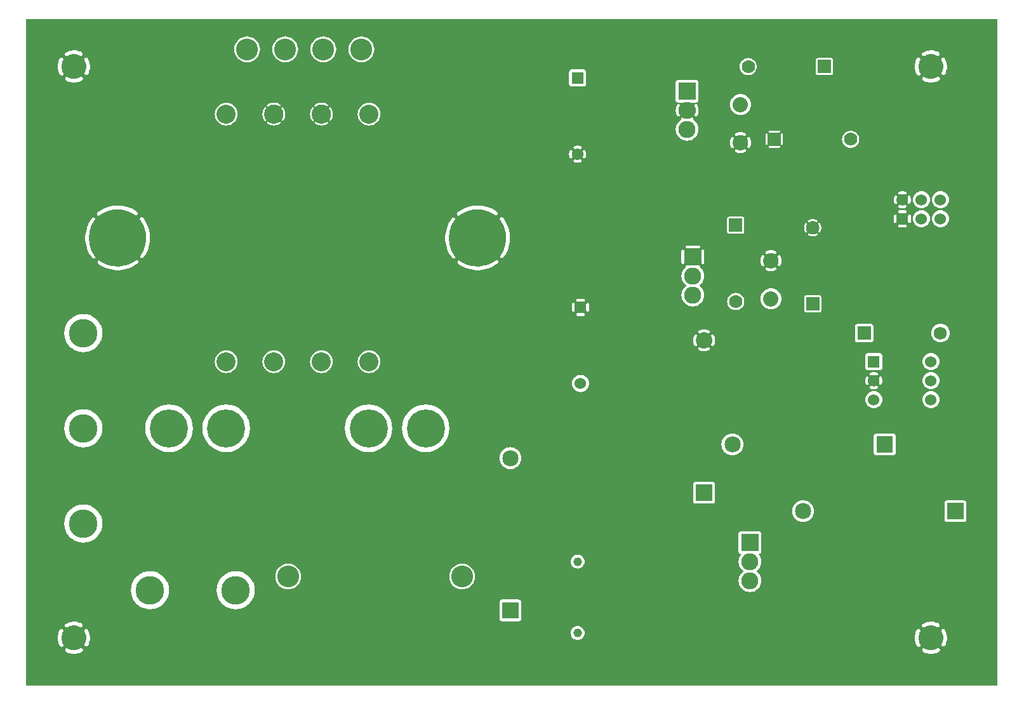
<source format=gbr>
G04 start of page 2 for group 0 idx 0
G04 Title: highvoltage, component *
G04 Creator: pcb 20080202 *
G04 CreationDate: Tue 19 Jan 2010 11:46:01 PM GMT UTC *
G04 For: srussell *
G04 Format: Gerber/RS-274X *
G04 PCB-Dimensions: 510000 350000 *
G04 PCB-Coordinate-Origin: lower left *
%MOIN*%
%FSLAX24Y24*%
%LNFRONT*%
%ADD11C,0.0500*%
%ADD12C,0.1000*%
%ADD13C,0.0800*%
%ADD14C,0.0200*%
%ADD15C,0.0600*%
%ADD16C,0.0680*%
%ADD17C,0.0850*%
%ADD18C,0.0900*%
%ADD19C,0.0460*%
%ADD20C,0.1500*%
%ADD21C,0.1150*%
%ADD22C,0.0700*%
%ADD23C,0.2000*%
%ADD24C,0.3000*%
%ADD25C,0.0350*%
%ADD26C,0.0280*%
%ADD27C,0.0380*%
%ADD28C,0.0480*%
%ADD29C,0.0300*%
%ADD30C,0.0508*%
%ADD31C,0.0473*%
%ADD32C,0.0400*%
%ADD50C,0.1290*%
%ADD51C,0.1250*%
G54D14*G36*
X0Y0D02*Y35000D01*
X1805D01*
Y32951D01*
X1796Y32947D01*
X1782Y32936D01*
X1770Y32924D01*
X1760Y32909D01*
X1725Y32838D01*
X1697Y32765D01*
X1676Y32688D01*
X1662Y32611D01*
X1655Y32532D01*
X1656Y32453D01*
X1664Y32374D01*
X1679Y32296D01*
X1702Y32221D01*
X1731Y32147D01*
X1768Y32077D01*
X1778Y32063D01*
X1790Y32050D01*
X1804Y32040D01*
X1805Y32040D01*
Y2951D01*
X1796Y2947D01*
X1782Y2936D01*
X1770Y2924D01*
X1760Y2909D01*
X1725Y2838D01*
X1697Y2765D01*
X1676Y2688D01*
X1662Y2611D01*
X1655Y2532D01*
X1656Y2453D01*
X1664Y2374D01*
X1679Y2296D01*
X1702Y2221D01*
X1731Y2147D01*
X1768Y2077D01*
X1778Y2063D01*
X1790Y2050D01*
X1804Y2040D01*
X1805Y2040D01*
Y0D01*
X0D01*
G37*
G36*
X1805Y35000D02*X2494D01*
Y33344D01*
X2453Y33343D01*
X2374Y33335D01*
X2296Y33320D01*
X2221Y33297D01*
X2147Y33268D01*
X2077Y33231D01*
X2063Y33221D01*
X2050Y33209D01*
X2040Y33195D01*
X2033Y33179D01*
X2029Y33162D01*
X2027Y33145D01*
X2029Y33127D01*
X2033Y33111D01*
X2040Y33095D01*
X2050Y33080D01*
X2063Y33068D01*
X2077Y33058D01*
X2093Y33051D01*
X2110Y33046D01*
X2127Y33045D01*
X2144Y33046D01*
X2161Y33051D01*
X2177Y33058D01*
X2231Y33086D01*
X2287Y33108D01*
X2344Y33126D01*
X2404Y33137D01*
X2464Y33144D01*
X2494Y33144D01*
Y31855D01*
X2475Y31855D01*
X2415Y31860D01*
X2355Y31871D01*
X2297Y31887D01*
X2241Y31909D01*
X2187Y31935D01*
X2187Y31936D01*
X2171Y31943D01*
X2154Y31947D01*
X2137Y31948D01*
X2119Y31946D01*
X2102Y31941D01*
X2087Y31934D01*
X2073Y31924D01*
X2061Y31911D01*
X2051Y31897D01*
X2044Y31881D01*
X2040Y31864D01*
X2038Y31846D01*
X2040Y31829D01*
X2045Y31812D01*
X2053Y31797D01*
X2063Y31782D01*
X2075Y31770D01*
X2090Y31761D01*
X2161Y31725D01*
X2235Y31697D01*
X2311Y31676D01*
X2389Y31662D01*
X2467Y31655D01*
X2494Y31655D01*
Y19362D01*
X2357Y19266D01*
X2234Y19142D01*
X2134Y19000D01*
X2060Y18842D01*
X2015Y18673D01*
X2000Y18500D01*
X2015Y18326D01*
X2060Y18158D01*
X2134Y18000D01*
X2234Y17857D01*
X2357Y17734D01*
X2494Y17638D01*
Y14362D01*
X2357Y14266D01*
X2234Y14142D01*
X2134Y14000D01*
X2060Y13842D01*
X2015Y13673D01*
X2000Y13500D01*
X2015Y13326D01*
X2060Y13158D01*
X2134Y13000D01*
X2234Y12857D01*
X2357Y12734D01*
X2494Y12638D01*
Y9362D01*
X2357Y9266D01*
X2234Y9142D01*
X2134Y9000D01*
X2060Y8842D01*
X2015Y8673D01*
X2000Y8500D01*
X2015Y8326D01*
X2060Y8158D01*
X2134Y8000D01*
X2234Y7857D01*
X2357Y7734D01*
X2494Y7638D01*
Y3344D01*
X2453Y3343D01*
X2374Y3335D01*
X2296Y3320D01*
X2221Y3297D01*
X2147Y3268D01*
X2077Y3231D01*
X2063Y3221D01*
X2050Y3209D01*
X2040Y3195D01*
X2033Y3179D01*
X2029Y3162D01*
X2027Y3145D01*
X2029Y3127D01*
X2033Y3111D01*
X2040Y3095D01*
X2050Y3080D01*
X2063Y3068D01*
X2077Y3058D01*
X2093Y3051D01*
X2110Y3046D01*
X2127Y3045D01*
X2144Y3046D01*
X2161Y3051D01*
X2177Y3058D01*
X2231Y3086D01*
X2287Y3108D01*
X2344Y3126D01*
X2404Y3137D01*
X2464Y3144D01*
X2494Y3144D01*
Y1855D01*
X2475Y1855D01*
X2415Y1860D01*
X2355Y1871D01*
X2297Y1887D01*
X2241Y1909D01*
X2187Y1935D01*
X2187Y1936D01*
X2171Y1943D01*
X2154Y1947D01*
X2137Y1948D01*
X2119Y1946D01*
X2102Y1941D01*
X2087Y1934D01*
X2073Y1924D01*
X2061Y1911D01*
X2051Y1897D01*
X2044Y1881D01*
X2040Y1864D01*
X2038Y1846D01*
X2040Y1829D01*
X2045Y1812D01*
X2053Y1797D01*
X2063Y1782D01*
X2075Y1770D01*
X2090Y1761D01*
X2161Y1725D01*
X2235Y1697D01*
X2311Y1676D01*
X2389Y1662D01*
X2467Y1655D01*
X2494Y1655D01*
Y0D01*
X1805D01*
Y2040D01*
X1820Y2033D01*
X1837Y2029D01*
X1854Y2027D01*
X1872Y2029D01*
X1889Y2033D01*
X1904Y2040D01*
X1919Y2050D01*
X1931Y2063D01*
X1941Y2077D01*
X1948Y2093D01*
X1953Y2110D01*
X1954Y2127D01*
X1953Y2144D01*
X1948Y2161D01*
X1941Y2177D01*
X1913Y2231D01*
X1891Y2287D01*
X1873Y2345D01*
X1862Y2404D01*
X1855Y2464D01*
X1855Y2524D01*
X1860Y2584D01*
X1871Y2644D01*
X1887Y2702D01*
X1909Y2758D01*
X1935Y2812D01*
X1935Y2812D01*
X1943Y2828D01*
X1947Y2845D01*
X1948Y2862D01*
X1946Y2880D01*
X1941Y2897D01*
X1934Y2912D01*
X1923Y2926D01*
X1911Y2938D01*
X1896Y2948D01*
X1881Y2955D01*
X1864Y2960D01*
X1846Y2961D01*
X1829Y2959D01*
X1812Y2954D01*
X1805Y2951D01*
Y32040D01*
X1820Y32033D01*
X1837Y32029D01*
X1854Y32027D01*
X1872Y32029D01*
X1889Y32033D01*
X1904Y32040D01*
X1919Y32050D01*
X1931Y32063D01*
X1941Y32077D01*
X1948Y32093D01*
X1953Y32110D01*
X1954Y32127D01*
X1953Y32144D01*
X1948Y32161D01*
X1941Y32177D01*
X1913Y32231D01*
X1891Y32287D01*
X1873Y32345D01*
X1862Y32404D01*
X1855Y32464D01*
X1855Y32524D01*
X1860Y32584D01*
X1871Y32644D01*
X1887Y32702D01*
X1909Y32758D01*
X1935Y32812D01*
X1935Y32812D01*
X1943Y32828D01*
X1947Y32845D01*
X1948Y32862D01*
X1946Y32880D01*
X1941Y32897D01*
X1934Y32912D01*
X1923Y32926D01*
X1911Y32938D01*
X1896Y32948D01*
X1881Y32955D01*
X1864Y32960D01*
X1846Y32961D01*
X1829Y32959D01*
X1812Y32954D01*
X1805Y32951D01*
Y35000D01*
G37*
G36*
X2494D02*X3194D01*
Y32959D01*
X3179Y32966D01*
X3162Y32971D01*
X3145Y32972D01*
X3127Y32971D01*
X3110Y32966D01*
X3095Y32959D01*
X3080Y32949D01*
X3068Y32936D01*
X3058Y32922D01*
X3051Y32906D01*
X3046Y32889D01*
X3045Y32872D01*
X3046Y32855D01*
X3051Y32838D01*
X3058Y32822D01*
X3086Y32768D01*
X3108Y32712D01*
X3126Y32655D01*
X3137Y32595D01*
X3144Y32535D01*
X3144Y32475D01*
X3139Y32415D01*
X3128Y32356D01*
X3112Y32297D01*
X3090Y32241D01*
X3064Y32187D01*
X3064Y32187D01*
X3056Y32171D01*
X3052Y32154D01*
X3051Y32137D01*
X3053Y32119D01*
X3058Y32103D01*
X3065Y32087D01*
X3076Y32073D01*
X3088Y32061D01*
X3103Y32051D01*
X3118Y32044D01*
X3135Y32040D01*
X3153Y32038D01*
X3170Y32040D01*
X3187Y32045D01*
X3194Y32049D01*
Y24055D01*
X3174Y23997D01*
X3137Y23853D01*
X3112Y23707D01*
X3101Y23559D01*
X3102Y23411D01*
X3116Y23263D01*
X3143Y23117D01*
X3183Y22974D01*
X3194Y22943D01*
Y19479D01*
X3173Y19484D01*
X3000Y19500D01*
X2826Y19484D01*
X2658Y19439D01*
X2500Y19366D01*
X2494Y19362D01*
Y31655D01*
X2546Y31656D01*
X2625Y31664D01*
X2703Y31679D01*
X2778Y31702D01*
X2852Y31732D01*
X2922Y31768D01*
X2936Y31778D01*
X2949Y31790D01*
X2959Y31804D01*
X2966Y31820D01*
X2971Y31837D01*
X2972Y31854D01*
X2971Y31872D01*
X2966Y31889D01*
X2959Y31904D01*
X2949Y31919D01*
X2936Y31931D01*
X2922Y31941D01*
X2906Y31948D01*
X2889Y31953D01*
X2872Y31954D01*
X2855Y31953D01*
X2838Y31948D01*
X2822Y31941D01*
X2768Y31913D01*
X2712Y31891D01*
X2655Y31874D01*
X2595Y31862D01*
X2535Y31856D01*
X2494Y31855D01*
Y33144D01*
X2524Y33144D01*
X2584Y33139D01*
X2644Y33128D01*
X2702Y33112D01*
X2758Y33090D01*
X2812Y33064D01*
X2812Y33064D01*
X2828Y33057D01*
X2845Y33052D01*
X2862Y33051D01*
X2880Y33053D01*
X2897Y33058D01*
X2912Y33065D01*
X2926Y33076D01*
X2938Y33088D01*
X2948Y33103D01*
X2955Y33119D01*
X2959Y33136D01*
X2961Y33153D01*
X2959Y33170D01*
X2954Y33187D01*
X2946Y33203D01*
X2936Y33217D01*
X2924Y33229D01*
X2909Y33239D01*
X2838Y33274D01*
X2764Y33302D01*
X2688Y33323D01*
X2610Y33337D01*
X2532Y33344D01*
X2494Y33344D01*
Y35000D01*
G37*
G36*
X3194Y0D02*X2494D01*
Y1655D01*
X2546Y1656D01*
X2625Y1664D01*
X2703Y1679D01*
X2778Y1702D01*
X2852Y1732D01*
X2922Y1768D01*
X2936Y1778D01*
X2949Y1790D01*
X2959Y1804D01*
X2966Y1820D01*
X2971Y1837D01*
X2972Y1854D01*
X2971Y1872D01*
X2966Y1889D01*
X2959Y1904D01*
X2949Y1919D01*
X2936Y1931D01*
X2922Y1941D01*
X2906Y1948D01*
X2889Y1953D01*
X2872Y1954D01*
X2855Y1953D01*
X2838Y1948D01*
X2822Y1941D01*
X2768Y1913D01*
X2712Y1891D01*
X2655Y1874D01*
X2595Y1862D01*
X2535Y1856D01*
X2494Y1855D01*
Y3144D01*
X2524Y3144D01*
X2584Y3139D01*
X2644Y3128D01*
X2702Y3112D01*
X2758Y3090D01*
X2812Y3064D01*
X2812Y3064D01*
X2828Y3057D01*
X2845Y3052D01*
X2862Y3051D01*
X2880Y3053D01*
X2897Y3058D01*
X2912Y3065D01*
X2926Y3076D01*
X2938Y3088D01*
X2948Y3103D01*
X2955Y3119D01*
X2959Y3136D01*
X2961Y3153D01*
X2959Y3170D01*
X2954Y3187D01*
X2946Y3203D01*
X2936Y3217D01*
X2924Y3229D01*
X2909Y3239D01*
X2838Y3274D01*
X2764Y3302D01*
X2688Y3323D01*
X2610Y3337D01*
X2532Y3344D01*
X2494Y3344D01*
Y7638D01*
X2500Y7634D01*
X2658Y7560D01*
X2826Y7515D01*
X3000Y7500D01*
X3173Y7515D01*
X3194Y7520D01*
Y2959D01*
X3179Y2966D01*
X3162Y2971D01*
X3145Y2972D01*
X3127Y2971D01*
X3110Y2966D01*
X3095Y2959D01*
X3080Y2949D01*
X3068Y2936D01*
X3058Y2922D01*
X3051Y2906D01*
X3046Y2889D01*
X3045Y2872D01*
X3046Y2855D01*
X3051Y2838D01*
X3058Y2822D01*
X3086Y2768D01*
X3108Y2712D01*
X3126Y2655D01*
X3137Y2595D01*
X3144Y2535D01*
X3144Y2475D01*
X3139Y2415D01*
X3128Y2356D01*
X3112Y2297D01*
X3090Y2241D01*
X3064Y2187D01*
X3064Y2187D01*
X3056Y2171D01*
X3052Y2154D01*
X3051Y2137D01*
X3053Y2119D01*
X3058Y2103D01*
X3065Y2087D01*
X3076Y2073D01*
X3088Y2061D01*
X3103Y2051D01*
X3118Y2044D01*
X3135Y2040D01*
X3153Y2038D01*
X3170Y2040D01*
X3187Y2045D01*
X3194Y2049D01*
Y0D01*
G37*
G36*
Y9479D02*X3173Y9484D01*
X3000Y9500D01*
X2826Y9484D01*
X2658Y9439D01*
X2500Y9366D01*
X2494Y9362D01*
Y12638D01*
X2500Y12634D01*
X2658Y12560D01*
X2826Y12515D01*
X3000Y12500D01*
X3173Y12515D01*
X3194Y12520D01*
Y9479D01*
G37*
G36*
Y14479D02*X3173Y14484D01*
X3000Y14500D01*
X2826Y14484D01*
X2658Y14439D01*
X2500Y14366D01*
X2494Y14362D01*
Y17638D01*
X2500Y17634D01*
X2658Y17560D01*
X2826Y17515D01*
X3000Y17500D01*
X3173Y17515D01*
X3194Y17520D01*
Y14479D01*
G37*
G36*
Y35000D02*X4788D01*
Y25198D01*
X4711Y25197D01*
X4563Y25183D01*
X4417Y25156D01*
X4274Y25116D01*
X4135Y25064D01*
X4001Y25001D01*
X3874Y24925D01*
X3753Y24839D01*
X3740Y24827D01*
X3730Y24813D01*
X3722Y24798D01*
X3717Y24781D01*
X3714Y24764D01*
X3715Y24747D01*
X3719Y24730D01*
X3726Y24713D01*
X3736Y24699D01*
X3748Y24686D01*
X3761Y24676D01*
X3777Y24668D01*
X3794Y24663D01*
X3811Y24660D01*
X3828Y24661D01*
X3845Y24665D01*
X3861Y24672D01*
X3876Y24682D01*
X3983Y24758D01*
X4095Y24824D01*
X4213Y24880D01*
X4336Y24926D01*
X4462Y24961D01*
X4591Y24985D01*
X4721Y24998D01*
X4788Y24998D01*
Y22001D01*
X4747Y22001D01*
X4617Y22011D01*
X4488Y22032D01*
X4361Y22065D01*
X4238Y22109D01*
X4119Y22163D01*
X4005Y22228D01*
X3897Y22302D01*
X3897Y22302D01*
X3882Y22311D01*
X3866Y22317D01*
X3849Y22321D01*
X3831Y22322D01*
X3814Y22319D01*
X3797Y22314D01*
X3782Y22306D01*
X3768Y22295D01*
X3757Y22282D01*
X3748Y22267D01*
X3741Y22251D01*
X3737Y22234D01*
X3737Y22216D01*
X3739Y22199D01*
X3745Y22183D01*
X3753Y22167D01*
X3764Y22154D01*
X3776Y22142D01*
X3899Y22058D01*
X4028Y21985D01*
X4163Y21923D01*
X4302Y21874D01*
X4446Y21837D01*
X4592Y21812D01*
X4740Y21801D01*
X4788Y21801D01*
Y0D01*
X3194D01*
Y2049D01*
X3203Y2053D01*
X3217Y2063D01*
X3229Y2075D01*
X3239Y2090D01*
X3274Y2161D01*
X3302Y2235D01*
X3323Y2311D01*
X3337Y2389D01*
X3344Y2467D01*
X3343Y2547D01*
X3335Y2625D01*
X3320Y2703D01*
X3297Y2779D01*
X3268Y2852D01*
X3231Y2922D01*
X3221Y2936D01*
X3209Y2949D01*
X3195Y2959D01*
X3194Y2959D01*
Y7520D01*
X3342Y7560D01*
X3500Y7634D01*
X3642Y7734D01*
X3766Y7857D01*
X3866Y8000D01*
X3939Y8158D01*
X3984Y8326D01*
X4000Y8500D01*
X3984Y8673D01*
X3939Y8842D01*
X3866Y9000D01*
X3766Y9142D01*
X3642Y9266D01*
X3500Y9366D01*
X3342Y9439D01*
X3194Y9479D01*
Y12520D01*
X3342Y12560D01*
X3500Y12634D01*
X3642Y12734D01*
X3766Y12857D01*
X3866Y13000D01*
X3939Y13158D01*
X3984Y13326D01*
X4000Y13500D01*
X3984Y13673D01*
X3939Y13842D01*
X3866Y14000D01*
X3766Y14142D01*
X3642Y14266D01*
X3500Y14366D01*
X3342Y14439D01*
X3194Y14479D01*
Y17520D01*
X3342Y17560D01*
X3500Y17634D01*
X3642Y17734D01*
X3766Y17857D01*
X3866Y18000D01*
X3939Y18158D01*
X3984Y18326D01*
X4000Y18500D01*
X3984Y18673D01*
X3939Y18842D01*
X3866Y19000D01*
X3766Y19142D01*
X3642Y19266D01*
X3500Y19366D01*
X3342Y19439D01*
X3194Y19479D01*
Y22943D01*
X3235Y22835D01*
X3298Y22701D01*
X3374Y22574D01*
X3460Y22453D01*
X3472Y22440D01*
X3486Y22430D01*
X3501Y22422D01*
X3518Y22417D01*
X3535Y22415D01*
X3553Y22416D01*
X3570Y22419D01*
X3586Y22426D01*
X3600Y22436D01*
X3613Y22448D01*
X3623Y22462D01*
X3631Y22477D01*
X3636Y22494D01*
X3639Y22511D01*
X3638Y22528D01*
X3634Y22545D01*
X3627Y22562D01*
X3617Y22576D01*
X3541Y22683D01*
X3475Y22795D01*
X3419Y22914D01*
X3373Y23036D01*
X3338Y23162D01*
X3314Y23291D01*
X3302Y23421D01*
X3300Y23552D01*
X3311Y23682D01*
X3332Y23811D01*
X3365Y23938D01*
X3409Y24062D01*
X3463Y24181D01*
X3527Y24294D01*
X3602Y24402D01*
X3601Y24402D01*
X3611Y24417D01*
X3617Y24433D01*
X3621Y24450D01*
X3621Y24468D01*
X3619Y24485D01*
X3614Y24502D01*
X3605Y24517D01*
X3595Y24531D01*
X3582Y24542D01*
X3567Y24552D01*
X3551Y24558D01*
X3534Y24562D01*
X3516Y24562D01*
X3499Y24560D01*
X3483Y24554D01*
X3467Y24546D01*
X3453Y24536D01*
X3442Y24523D01*
X3358Y24400D01*
X3285Y24271D01*
X3223Y24136D01*
X3194Y24055D01*
Y32049D01*
X3203Y32053D01*
X3217Y32063D01*
X3229Y32075D01*
X3239Y32090D01*
X3274Y32161D01*
X3302Y32235D01*
X3323Y32311D01*
X3337Y32389D01*
X3344Y32467D01*
X3343Y32547D01*
X3335Y32625D01*
X3320Y32703D01*
X3297Y32779D01*
X3268Y32852D01*
X3231Y32922D01*
X3221Y32936D01*
X3209Y32949D01*
X3195Y32959D01*
X3194Y32959D01*
Y35000D01*
G37*
G36*
X4788D02*X6229D01*
Y24418D01*
X6225Y24425D01*
X6139Y24546D01*
X6127Y24559D01*
X6113Y24569D01*
X6098Y24577D01*
X6081Y24582D01*
X6064Y24585D01*
X6046Y24584D01*
X6029Y24580D01*
X6013Y24573D01*
X5999Y24563D01*
X5986Y24552D01*
X5976Y24538D01*
X5968Y24522D01*
X5963Y24505D01*
X5960Y24488D01*
X5961Y24471D01*
X5965Y24454D01*
X5972Y24438D01*
X5982Y24423D01*
X6058Y24317D01*
X6124Y24204D01*
X6180Y24086D01*
X6226Y23963D01*
X6229Y23951D01*
Y23048D01*
X6190Y22938D01*
X6136Y22819D01*
X6072Y22705D01*
X5997Y22597D01*
X5998Y22597D01*
X5988Y22582D01*
X5982Y22566D01*
X5978Y22549D01*
X5978Y22531D01*
X5980Y22514D01*
X5985Y22498D01*
X5994Y22482D01*
X6004Y22468D01*
X6017Y22457D01*
X6032Y22448D01*
X6048Y22441D01*
X6065Y22437D01*
X6083Y22437D01*
X6100Y22439D01*
X6116Y22445D01*
X6132Y22453D01*
X6146Y22464D01*
X6157Y22477D01*
X6229Y22582D01*
Y5959D01*
X6158Y5939D01*
X6000Y5866D01*
X5857Y5766D01*
X5734Y5642D01*
X5634Y5500D01*
X5560Y5342D01*
X5515Y5173D01*
X5500Y5000D01*
X5515Y4826D01*
X5560Y4658D01*
X5634Y4500D01*
X5734Y4357D01*
X5857Y4234D01*
X6000Y4134D01*
X6158Y4060D01*
X6229Y4041D01*
Y0D01*
X4788D01*
Y21801D01*
X4888Y21802D01*
X5036Y21816D01*
X5182Y21843D01*
X5325Y21883D01*
X5464Y21935D01*
X5598Y21999D01*
X5725Y22074D01*
X5846Y22160D01*
X5859Y22172D01*
X5869Y22186D01*
X5877Y22201D01*
X5882Y22218D01*
X5885Y22235D01*
X5884Y22253D01*
X5880Y22270D01*
X5873Y22286D01*
X5863Y22300D01*
X5851Y22313D01*
X5838Y22324D01*
X5822Y22331D01*
X5805Y22337D01*
X5788Y22339D01*
X5771Y22338D01*
X5754Y22334D01*
X5738Y22327D01*
X5723Y22318D01*
X5616Y22242D01*
X5504Y22175D01*
X5386Y22119D01*
X5263Y22073D01*
X5137Y22038D01*
X5008Y22014D01*
X4878Y22002D01*
X4788Y22001D01*
Y24998D01*
X4852Y24999D01*
X4982Y24988D01*
X5111Y24967D01*
X5238Y24934D01*
X5361Y24890D01*
X5480Y24836D01*
X5594Y24772D01*
X5702Y24698D01*
X5702Y24698D01*
X5717Y24688D01*
X5733Y24682D01*
X5750Y24678D01*
X5768Y24678D01*
X5785Y24680D01*
X5802Y24686D01*
X5817Y24694D01*
X5831Y24704D01*
X5842Y24717D01*
X5851Y24732D01*
X5858Y24748D01*
X5862Y24765D01*
X5862Y24783D01*
X5860Y24800D01*
X5854Y24817D01*
X5846Y24832D01*
X5835Y24846D01*
X5823Y24857D01*
X5700Y24941D01*
X5571Y25014D01*
X5436Y25076D01*
X5297Y25125D01*
X5153Y25162D01*
X5007Y25187D01*
X4859Y25199D01*
X4788Y25198D01*
Y35000D01*
G37*
G36*
X6229D02*X7500D01*
Y14750D01*
X7282Y14731D01*
X7072Y14674D01*
X6875Y14582D01*
X6696Y14457D01*
X6542Y14303D01*
X6417Y14125D01*
X6325Y13927D01*
X6269Y13717D01*
X6250Y13500D01*
X6269Y13282D01*
X6325Y13072D01*
X6417Y12875D01*
X6542Y12696D01*
X6696Y12542D01*
X6875Y12417D01*
X7072Y12325D01*
X7282Y12269D01*
X7500Y12250D01*
Y5000D01*
X7484Y5173D01*
X7439Y5342D01*
X7366Y5500D01*
X7266Y5642D01*
X7142Y5766D01*
X7000Y5866D01*
X6842Y5939D01*
X6673Y5984D01*
X6500Y6000D01*
X6326Y5984D01*
X6229Y5959D01*
Y22582D01*
X6241Y22599D01*
X6314Y22728D01*
X6376Y22863D01*
X6425Y23003D01*
X6462Y23146D01*
X6487Y23292D01*
X6498Y23440D01*
X6497Y23589D01*
X6483Y23736D01*
X6456Y23882D01*
X6416Y24025D01*
X6364Y24164D01*
X6301Y24298D01*
X6229Y24418D01*
Y35000D01*
G37*
G36*
X7500Y0D02*X6229D01*
Y4041D01*
X6326Y4015D01*
X6500Y4000D01*
X6673Y4015D01*
X6842Y4060D01*
X7000Y4134D01*
X7142Y4234D01*
X7266Y4357D01*
X7366Y4500D01*
X7439Y4658D01*
X7484Y4826D01*
X7500Y5000D01*
Y0D01*
G37*
G36*
Y35000D02*X10500D01*
Y30600D01*
X10395Y30590D01*
X10294Y30563D01*
X10200Y30519D01*
X10114Y30459D01*
X10040Y30385D01*
X9980Y30300D01*
X9936Y30205D01*
X9909Y30104D01*
X9900Y30000D01*
X9909Y29895D01*
X9936Y29794D01*
X9980Y29700D01*
X10040Y29614D01*
X10114Y29540D01*
X10200Y29480D01*
X10294Y29436D01*
X10395Y29409D01*
X10500Y29400D01*
Y17600D01*
X10395Y17590D01*
X10294Y17563D01*
X10200Y17519D01*
X10114Y17459D01*
X10040Y17385D01*
X9980Y17300D01*
X9936Y17205D01*
X9909Y17104D01*
X9900Y17000D01*
X9909Y16895D01*
X9936Y16794D01*
X9980Y16700D01*
X10040Y16614D01*
X10114Y16540D01*
X10200Y16480D01*
X10294Y16436D01*
X10395Y16409D01*
X10500Y16400D01*
Y14750D01*
X10282Y14731D01*
X10072Y14674D01*
X9875Y14582D01*
X9696Y14457D01*
X9542Y14303D01*
X9417Y14125D01*
X9325Y13927D01*
X9269Y13717D01*
X9250Y13500D01*
X9269Y13282D01*
X9325Y13072D01*
X9417Y12875D01*
X9542Y12696D01*
X9696Y12542D01*
X9875Y12417D01*
X10072Y12325D01*
X10282Y12269D01*
X10500Y12250D01*
Y5866D01*
X10357Y5766D01*
X10234Y5642D01*
X10134Y5500D01*
X10060Y5342D01*
X10015Y5173D01*
X10000Y5000D01*
X10015Y4826D01*
X10060Y4658D01*
X10134Y4500D01*
X10234Y4357D01*
X10357Y4234D01*
X10500Y4134D01*
Y0D01*
X7500D01*
Y12250D01*
X7717Y12269D01*
X7927Y12325D01*
X8125Y12417D01*
X8303Y12542D01*
X8457Y12696D01*
X8582Y12875D01*
X8674Y13072D01*
X8731Y13282D01*
X8750Y13500D01*
X8731Y13717D01*
X8674Y13927D01*
X8582Y14125D01*
X8457Y14303D01*
X8303Y14457D01*
X8125Y14582D01*
X7927Y14674D01*
X7717Y14731D01*
X7500Y14750D01*
Y35000D01*
G37*
G36*
X10500D02*X11600D01*
Y34075D01*
X11482Y34064D01*
X11369Y34034D01*
X11262Y33984D01*
X11166Y33917D01*
X11082Y33833D01*
X11015Y33737D01*
X10965Y33630D01*
X10935Y33517D01*
X10925Y33400D01*
X10935Y33282D01*
X10965Y33169D01*
X11015Y33062D01*
X11082Y32966D01*
X11166Y32882D01*
X11262Y32815D01*
X11369Y32765D01*
X11482Y32735D01*
X11600Y32725D01*
Y14087D01*
X11582Y14125D01*
X11457Y14303D01*
X11303Y14457D01*
X11125Y14582D01*
X10927Y14674D01*
X10717Y14731D01*
X10500Y14750D01*
Y16400D01*
X10604Y16409D01*
X10705Y16436D01*
X10800Y16480D01*
X10885Y16540D01*
X10959Y16614D01*
X11019Y16700D01*
X11063Y16794D01*
X11090Y16895D01*
X11100Y17000D01*
X11090Y17104D01*
X11063Y17205D01*
X11019Y17300D01*
X10959Y17385D01*
X10885Y17459D01*
X10800Y17519D01*
X10705Y17563D01*
X10604Y17590D01*
X10500Y17600D01*
Y29400D01*
X10604Y29409D01*
X10705Y29436D01*
X10800Y29480D01*
X10885Y29540D01*
X10959Y29614D01*
X11019Y29700D01*
X11063Y29794D01*
X11090Y29895D01*
X11100Y30000D01*
X11090Y30104D01*
X11063Y30205D01*
X11019Y30300D01*
X10959Y30385D01*
X10885Y30459D01*
X10800Y30519D01*
X10705Y30563D01*
X10604Y30590D01*
X10500Y30600D01*
Y35000D01*
G37*
G36*
X11600Y0D02*X10500D01*
Y4134D01*
X10658Y4060D01*
X10826Y4015D01*
X11000Y4000D01*
X11173Y4015D01*
X11342Y4060D01*
X11500Y4134D01*
X11600Y4204D01*
Y0D01*
G37*
G36*
Y5796D02*X11500Y5866D01*
X11342Y5939D01*
X11173Y5984D01*
X11000Y6000D01*
X10826Y5984D01*
X10658Y5939D01*
X10500Y5866D01*
Y12250D01*
X10717Y12269D01*
X10927Y12325D01*
X11125Y12417D01*
X11303Y12542D01*
X11457Y12696D01*
X11582Y12875D01*
X11600Y12912D01*
Y5796D01*
G37*
G36*
Y35000D02*X12499D01*
Y30331D01*
X12473Y30288D01*
X12449Y30238D01*
X12429Y30186D01*
X12414Y30132D01*
X12405Y30078D01*
X12400Y30022D01*
X12400Y29967D01*
X12406Y29911D01*
X12417Y29857D01*
X12432Y29803D01*
X12453Y29752D01*
X12478Y29702D01*
X12499Y29669D01*
Y17327D01*
X12480Y17300D01*
X12436Y17205D01*
X12409Y17104D01*
X12400Y17000D01*
X12409Y16895D01*
X12436Y16794D01*
X12480Y16700D01*
X12499Y16672D01*
Y0D01*
X11600D01*
Y4204D01*
X11642Y4234D01*
X11766Y4357D01*
X11866Y4500D01*
X11939Y4658D01*
X11984Y4826D01*
X12000Y5000D01*
X11984Y5173D01*
X11939Y5342D01*
X11866Y5500D01*
X11766Y5642D01*
X11642Y5766D01*
X11600Y5796D01*
Y12912D01*
X11674Y13072D01*
X11731Y13282D01*
X11750Y13500D01*
X11731Y13717D01*
X11674Y13927D01*
X11600Y14087D01*
Y32725D01*
X11717Y32735D01*
X11830Y32765D01*
X11937Y32815D01*
X12033Y32882D01*
X12117Y32966D01*
X12184Y33062D01*
X12234Y33169D01*
X12264Y33282D01*
X12275Y33400D01*
X12264Y33517D01*
X12234Y33630D01*
X12184Y33737D01*
X12117Y33833D01*
X12033Y33917D01*
X11937Y33984D01*
X11830Y34034D01*
X11717Y34064D01*
X11600Y34075D01*
Y35000D01*
G37*
G36*
X6229Y23951D02*X6261Y23837D01*
X6285Y23708D01*
X6297Y23578D01*
X6299Y23447D01*
X6288Y23317D01*
X6267Y23188D01*
X6234Y23061D01*
X6229Y23048D01*
Y23951D01*
G37*
G36*
X12499Y35000D02*X12996D01*
Y33695D01*
X12965Y33630D01*
X12935Y33517D01*
X12925Y33400D01*
X12935Y33282D01*
X12965Y33169D01*
X12996Y33104D01*
Y30599D01*
X12966Y30599D01*
X12911Y30593D01*
X12857Y30582D01*
X12803Y30567D01*
X12752Y30546D01*
X12702Y30521D01*
X12655Y30491D01*
Y30491D01*
X12649Y30486D01*
X12643Y30479D01*
X12639Y30471D01*
X12636Y30463D01*
X12634Y30455D01*
Y30446D01*
X12636Y30437D01*
X12639Y30429D01*
X12643Y30421D01*
X12649Y30415D01*
X12655Y30409D01*
X12663Y30405D01*
X12671Y30402D01*
X12680Y30400D01*
X12688D01*
X12697Y30402D01*
X12705Y30405D01*
X12713Y30409D01*
X12752Y30434D01*
X12793Y30455D01*
X12836Y30472D01*
X12880Y30485D01*
X12926Y30494D01*
X12972Y30499D01*
X12996Y30499D01*
Y29500D01*
X12981Y29500D01*
X12935Y29504D01*
X12889Y29512D01*
X12844Y29524D01*
X12801Y29541D01*
X12759Y29561D01*
X12720Y29585D01*
Y29585D01*
X12712Y29589D01*
X12704Y29592D01*
X12695Y29594D01*
X12687Y29593D01*
X12678Y29592D01*
X12670Y29589D01*
X12663Y29584D01*
X12656Y29578D01*
X12650Y29572D01*
X12646Y29564D01*
X12643Y29556D01*
X12642Y29547D01*
X12642Y29538D01*
X12644Y29530D01*
X12647Y29522D01*
X12651Y29514D01*
X12657Y29508D01*
X12664Y29502D01*
X12711Y29473D01*
X12761Y29449D01*
X12813Y29429D01*
X12867Y29414D01*
X12922Y29405D01*
X12977Y29400D01*
X12996Y29400D01*
Y17599D01*
X12895Y17590D01*
X12794Y17563D01*
X12700Y17519D01*
X12614Y17459D01*
X12540Y17385D01*
X12499Y17327D01*
Y29669D01*
X12508Y29655D01*
X12508D01*
X12514Y29649D01*
X12520Y29643D01*
X12528Y29639D01*
X12536Y29636D01*
X12545Y29634D01*
X12553D01*
X12562Y29636D01*
X12570Y29639D01*
X12578Y29643D01*
X12584Y29649D01*
X12590Y29655D01*
X12594Y29663D01*
X12597Y29671D01*
X12599Y29680D01*
Y29689D01*
X12597Y29697D01*
X12594Y29705D01*
X12590Y29713D01*
X12565Y29752D01*
X12544Y29793D01*
X12527Y29836D01*
X12514Y29881D01*
X12505Y29926D01*
X12500Y29972D01*
X12500Y30018D01*
X12504Y30065D01*
X12512Y30110D01*
X12524Y30155D01*
X12541Y30198D01*
X12561Y30240D01*
X12585Y30279D01*
X12585D01*
X12589Y30287D01*
X12592Y30295D01*
X12593Y30304D01*
X12593Y30312D01*
X12592Y30321D01*
X12589Y30329D01*
X12584Y30337D01*
X12578Y30343D01*
X12572Y30349D01*
X12564Y30353D01*
X12556Y30356D01*
X12547Y30357D01*
X12538Y30357D01*
X12530Y30355D01*
X12522Y30352D01*
X12514Y30348D01*
X12508Y30342D01*
X12502Y30335D01*
X12499Y30331D01*
Y35000D01*
G37*
G36*
X12996Y0D02*X12499D01*
Y16672D01*
X12540Y16614D01*
X12614Y16540D01*
X12700Y16480D01*
X12794Y16436D01*
X12895Y16409D01*
X12996Y16400D01*
Y0D01*
G37*
G36*
Y35000D02*X13500D01*
Y34066D01*
X13482Y34064D01*
X13369Y34034D01*
X13262Y33984D01*
X13166Y33917D01*
X13082Y33833D01*
X13015Y33737D01*
X12996Y33695D01*
Y35000D01*
G37*
G36*
X13500Y0D02*X12996D01*
Y16400D01*
X13000Y16400D01*
X13104Y16409D01*
X13205Y16436D01*
X13300Y16480D01*
X13385Y16540D01*
X13459Y16614D01*
X13500Y16672D01*
Y6338D01*
X13415Y6299D01*
X13318Y6231D01*
X13235Y6148D01*
X13168Y6051D01*
X13118Y5945D01*
X13088Y5831D01*
X13077Y5714D01*
X13088Y5597D01*
X13118Y5483D01*
X13168Y5376D01*
X13235Y5280D01*
X13318Y5197D01*
X13415Y5129D01*
X13500Y5090D01*
Y0D01*
G37*
G36*
Y17327D02*X13459Y17385D01*
X13385Y17459D01*
X13300Y17519D01*
X13205Y17563D01*
X13104Y17590D01*
X13000Y17600D01*
X12996Y17599D01*
Y29400D01*
X13033Y29401D01*
X13088Y29406D01*
X13142Y29417D01*
X13196Y29433D01*
X13247Y29453D01*
X13297Y29478D01*
X13344Y29508D01*
Y29508D01*
X13350Y29514D01*
X13356Y29520D01*
X13360Y29528D01*
X13363Y29536D01*
X13365Y29545D01*
Y29553D01*
X13363Y29562D01*
X13360Y29570D01*
X13356Y29578D01*
X13350Y29584D01*
X13344Y29590D01*
X13336Y29594D01*
X13328Y29597D01*
X13319Y29599D01*
X13311D01*
X13302Y29597D01*
X13294Y29594D01*
X13286Y29590D01*
X13247Y29565D01*
X13206Y29544D01*
X13163Y29527D01*
X13119Y29514D01*
X13073Y29505D01*
X13027Y29500D01*
X12996Y29500D01*
Y30499D01*
X13018Y30499D01*
X13064Y30495D01*
X13110Y30487D01*
X13155Y30475D01*
X13198Y30459D01*
X13240Y30438D01*
X13279Y30414D01*
Y30414D01*
X13287Y30410D01*
X13295Y30407D01*
X13304Y30406D01*
X13312Y30406D01*
X13321Y30407D01*
X13329Y30411D01*
X13336Y30415D01*
X13343Y30421D01*
X13349Y30428D01*
X13353Y30435D01*
X13356Y30443D01*
X13357Y30452D01*
X13357Y30461D01*
X13355Y30469D01*
X13352Y30477D01*
X13348Y30485D01*
X13342Y30492D01*
X13335Y30497D01*
X13288Y30526D01*
X13238Y30550D01*
X13186Y30570D01*
X13132Y30585D01*
X13077Y30595D01*
X13022Y30599D01*
X12996Y30599D01*
Y33104D01*
X13015Y33062D01*
X13082Y32966D01*
X13166Y32882D01*
X13262Y32815D01*
X13369Y32765D01*
X13482Y32735D01*
X13500Y32733D01*
Y30330D01*
X13491Y30344D01*
X13491D01*
X13485Y30350D01*
X13479Y30356D01*
X13471Y30360D01*
X13463Y30363D01*
X13454Y30365D01*
X13446D01*
X13437Y30363D01*
X13429Y30360D01*
X13421Y30356D01*
X13415Y30350D01*
X13409Y30344D01*
X13405Y30336D01*
X13402Y30328D01*
X13400Y30319D01*
Y30311D01*
X13402Y30302D01*
X13405Y30294D01*
X13409Y30286D01*
X13434Y30247D01*
X13455Y30206D01*
X13472Y30163D01*
X13485Y30119D01*
X13494Y30073D01*
X13499Y30027D01*
X13499Y29981D01*
X13495Y29935D01*
X13487Y29889D01*
X13475Y29844D01*
X13458Y29801D01*
X13438Y29760D01*
X13414Y29720D01*
X13414D01*
X13410Y29712D01*
X13407Y29704D01*
X13406Y29696D01*
X13406Y29687D01*
X13407Y29678D01*
X13410Y29670D01*
X13415Y29663D01*
X13421Y29656D01*
X13427Y29651D01*
X13435Y29646D01*
X13443Y29643D01*
X13452Y29642D01*
X13461Y29642D01*
X13469Y29644D01*
X13477Y29647D01*
X13485Y29652D01*
X13491Y29657D01*
X13497Y29664D01*
X13500Y29668D01*
Y17327D01*
G37*
G36*
Y35000D02*X14999D01*
Y33704D01*
X14965Y33630D01*
X14935Y33517D01*
X14925Y33400D01*
X14935Y33282D01*
X14965Y33169D01*
X14999Y33095D01*
Y30331D01*
X14973Y30288D01*
X14949Y30238D01*
X14929Y30186D01*
X14914Y30132D01*
X14905Y30078D01*
X14900Y30022D01*
X14900Y29967D01*
X14906Y29911D01*
X14917Y29857D01*
X14932Y29803D01*
X14953Y29752D01*
X14978Y29702D01*
X14999Y29669D01*
Y17327D01*
X14980Y17300D01*
X14936Y17205D01*
X14909Y17104D01*
X14900Y17000D01*
X14909Y16895D01*
X14936Y16794D01*
X14980Y16700D01*
X14999Y16672D01*
Y0D01*
X13500D01*
Y5090D01*
X13521Y5080D01*
X13635Y5049D01*
X13752Y5039D01*
X13869Y5049D01*
X13983Y5080D01*
X14090Y5129D01*
X14186Y5197D01*
X14269Y5280D01*
X14337Y5376D01*
X14387Y5483D01*
X14417Y5597D01*
X14427Y5714D01*
X14417Y5831D01*
X14387Y5945D01*
X14337Y6051D01*
X14269Y6148D01*
X14186Y6231D01*
X14090Y6299D01*
X13983Y6348D01*
X13869Y6379D01*
X13752Y6389D01*
X13635Y6379D01*
X13521Y6348D01*
X13500Y6338D01*
Y16672D01*
X13519Y16700D01*
X13563Y16794D01*
X13590Y16895D01*
X13600Y17000D01*
X13590Y17104D01*
X13563Y17205D01*
X13519Y17300D01*
X13500Y17327D01*
Y29668D01*
X13526Y29712D01*
X13550Y29761D01*
X13570Y29813D01*
X13585Y29867D01*
X13594Y29922D01*
X13599Y29977D01*
X13599Y30033D01*
X13593Y30088D01*
X13582Y30142D01*
X13567Y30196D01*
X13546Y30247D01*
X13521Y30297D01*
X13500Y30330D01*
Y32733D01*
X13600Y32725D01*
X13717Y32735D01*
X13830Y32765D01*
X13937Y32815D01*
X14033Y32882D01*
X14117Y32966D01*
X14184Y33062D01*
X14234Y33169D01*
X14264Y33282D01*
X14275Y33400D01*
X14264Y33517D01*
X14234Y33630D01*
X14184Y33737D01*
X14117Y33833D01*
X14033Y33917D01*
X13937Y33984D01*
X13830Y34034D01*
X13717Y34064D01*
X13600Y34075D01*
X13500Y34066D01*
Y35000D01*
G37*
G36*
X14999D02*X15600D01*
Y34075D01*
X15482Y34064D01*
X15369Y34034D01*
X15262Y33984D01*
X15166Y33917D01*
X15082Y33833D01*
X15015Y33737D01*
X14999Y33704D01*
Y35000D01*
G37*
G36*
Y33095D02*X15015Y33062D01*
X15082Y32966D01*
X15166Y32882D01*
X15262Y32815D01*
X15369Y32765D01*
X15482Y32735D01*
X15600Y32725D01*
Y30591D01*
X15577Y30595D01*
X15522Y30599D01*
X15466Y30599D01*
X15411Y30593D01*
X15357Y30582D01*
X15303Y30567D01*
X15252Y30546D01*
X15202Y30521D01*
X15155Y30491D01*
Y30491D01*
X15149Y30486D01*
X15143Y30479D01*
X15139Y30471D01*
X15136Y30463D01*
X15134Y30455D01*
Y30446D01*
X15136Y30437D01*
X15139Y30429D01*
X15143Y30421D01*
X15149Y30415D01*
X15155Y30409D01*
X15163Y30405D01*
X15171Y30402D01*
X15180Y30400D01*
X15188D01*
X15197Y30402D01*
X15205Y30405D01*
X15213Y30409D01*
X15252Y30434D01*
X15293Y30455D01*
X15336Y30472D01*
X15380Y30485D01*
X15426Y30494D01*
X15472Y30499D01*
X15518Y30499D01*
X15564Y30495D01*
X15600Y30489D01*
Y29510D01*
X15573Y29505D01*
X15527Y29500D01*
X15481Y29500D01*
X15435Y29504D01*
X15389Y29512D01*
X15344Y29524D01*
X15301Y29541D01*
X15259Y29561D01*
X15220Y29585D01*
Y29585D01*
X15212Y29589D01*
X15204Y29592D01*
X15195Y29594D01*
X15187Y29593D01*
X15178Y29592D01*
X15170Y29589D01*
X15163Y29584D01*
X15156Y29578D01*
X15150Y29572D01*
X15146Y29564D01*
X15143Y29556D01*
X15142Y29547D01*
X15142Y29538D01*
X15144Y29530D01*
X15147Y29522D01*
X15151Y29514D01*
X15157Y29508D01*
X15164Y29502D01*
X15211Y29473D01*
X15261Y29449D01*
X15313Y29429D01*
X15367Y29414D01*
X15422Y29405D01*
X15477Y29400D01*
X15533Y29401D01*
X15588Y29406D01*
X15600Y29408D01*
Y17591D01*
X15500Y17600D01*
X15395Y17590D01*
X15294Y17563D01*
X15200Y17519D01*
X15114Y17459D01*
X15040Y17385D01*
X14999Y17327D01*
Y29669D01*
X15008Y29655D01*
X15008D01*
X15014Y29649D01*
X15020Y29643D01*
X15028Y29639D01*
X15036Y29636D01*
X15045Y29634D01*
X15053D01*
X15062Y29636D01*
X15070Y29639D01*
X15078Y29643D01*
X15084Y29649D01*
X15090Y29655D01*
X15094Y29663D01*
X15097Y29671D01*
X15099Y29680D01*
Y29689D01*
X15097Y29697D01*
X15094Y29705D01*
X15090Y29713D01*
X15065Y29752D01*
X15044Y29793D01*
X15027Y29836D01*
X15014Y29881D01*
X15005Y29926D01*
X15000Y29972D01*
X15000Y30018D01*
X15004Y30065D01*
X15012Y30110D01*
X15024Y30155D01*
X15041Y30198D01*
X15061Y30240D01*
X15085Y30279D01*
X15085D01*
X15089Y30287D01*
X15092Y30295D01*
X15093Y30304D01*
X15093Y30312D01*
X15092Y30321D01*
X15089Y30329D01*
X15084Y30337D01*
X15078Y30343D01*
X15072Y30349D01*
X15064Y30353D01*
X15056Y30356D01*
X15047Y30357D01*
X15038Y30357D01*
X15030Y30355D01*
X15022Y30352D01*
X15014Y30348D01*
X15008Y30342D01*
X15002Y30335D01*
X14999Y30331D01*
Y33095D01*
G37*
G36*
Y16672D02*X15040Y16614D01*
X15114Y16540D01*
X15200Y16480D01*
X15294Y16436D01*
X15395Y16409D01*
X15500Y16400D01*
X15600Y16408D01*
Y0D01*
X14999D01*
Y16672D01*
G37*
G36*
X15600Y35000D02*X16000D01*
Y33940D01*
X15937Y33984D01*
X15830Y34034D01*
X15717Y34064D01*
X15600Y34075D01*
Y35000D01*
G37*
G36*
X16000Y0D02*X15600D01*
Y16408D01*
X15604Y16409D01*
X15705Y16436D01*
X15800Y16480D01*
X15885Y16540D01*
X15959Y16614D01*
X16000Y16672D01*
Y0D01*
G37*
G36*
Y17327D02*X15959Y17385D01*
X15885Y17459D01*
X15800Y17519D01*
X15705Y17563D01*
X15604Y17590D01*
X15600Y17591D01*
Y29408D01*
X15642Y29417D01*
X15696Y29433D01*
X15747Y29453D01*
X15797Y29478D01*
X15844Y29508D01*
Y29508D01*
X15850Y29514D01*
X15856Y29520D01*
X15860Y29528D01*
X15863Y29536D01*
X15865Y29545D01*
Y29553D01*
X15863Y29562D01*
X15860Y29570D01*
X15856Y29578D01*
X15850Y29584D01*
X15844Y29590D01*
X15836Y29594D01*
X15828Y29597D01*
X15819Y29599D01*
X15811D01*
X15802Y29597D01*
X15794Y29594D01*
X15786Y29590D01*
X15747Y29565D01*
X15706Y29544D01*
X15663Y29527D01*
X15619Y29514D01*
X15600Y29510D01*
Y30489D01*
X15610Y30487D01*
X15655Y30475D01*
X15698Y30459D01*
X15740Y30438D01*
X15779Y30414D01*
Y30414D01*
X15787Y30410D01*
X15795Y30407D01*
X15804Y30406D01*
X15812Y30406D01*
X15821Y30407D01*
X15829Y30411D01*
X15836Y30415D01*
X15843Y30421D01*
X15849Y30428D01*
X15853Y30435D01*
X15856Y30443D01*
X15857Y30452D01*
X15857Y30461D01*
X15855Y30469D01*
X15852Y30477D01*
X15848Y30485D01*
X15842Y30492D01*
X15835Y30497D01*
X15788Y30526D01*
X15738Y30550D01*
X15686Y30570D01*
X15632Y30585D01*
X15600Y30591D01*
Y32725D01*
X15717Y32735D01*
X15830Y32765D01*
X15937Y32815D01*
X16000Y32859D01*
Y30330D01*
X15991Y30344D01*
X15991D01*
X15985Y30350D01*
X15979Y30356D01*
X15971Y30360D01*
X15963Y30363D01*
X15954Y30365D01*
X15946D01*
X15937Y30363D01*
X15929Y30360D01*
X15921Y30356D01*
X15915Y30350D01*
X15909Y30344D01*
X15905Y30336D01*
X15902Y30328D01*
X15900Y30319D01*
Y30311D01*
X15902Y30302D01*
X15905Y30294D01*
X15909Y30286D01*
X15934Y30247D01*
X15955Y30206D01*
X15972Y30163D01*
X15985Y30119D01*
X15994Y30073D01*
X15999Y30027D01*
X15999Y29981D01*
X15995Y29935D01*
X15987Y29889D01*
X15975Y29844D01*
X15958Y29801D01*
X15938Y29760D01*
X15914Y29720D01*
X15914D01*
X15910Y29712D01*
X15907Y29704D01*
X15906Y29696D01*
X15906Y29687D01*
X15907Y29678D01*
X15910Y29670D01*
X15915Y29663D01*
X15921Y29656D01*
X15927Y29651D01*
X15935Y29646D01*
X15943Y29643D01*
X15952Y29642D01*
X15961Y29642D01*
X15969Y29644D01*
X15977Y29647D01*
X15985Y29652D01*
X15991Y29657D01*
X15997Y29664D01*
X16000Y29668D01*
Y17327D01*
G37*
G36*
Y35000D02*X18000D01*
Y33940D01*
X17937Y33984D01*
X17830Y34034D01*
X17717Y34064D01*
X17600Y34075D01*
X17482Y34064D01*
X17369Y34034D01*
X17262Y33984D01*
X17166Y33917D01*
X17082Y33833D01*
X17015Y33737D01*
X16965Y33630D01*
X16935Y33517D01*
X16925Y33400D01*
X16935Y33282D01*
X16965Y33169D01*
X17015Y33062D01*
X17082Y32966D01*
X17166Y32882D01*
X17262Y32815D01*
X17369Y32765D01*
X17482Y32735D01*
X17600Y32725D01*
X17717Y32735D01*
X17830Y32765D01*
X17937Y32815D01*
X18000Y32859D01*
Y30600D01*
X17895Y30590D01*
X17794Y30563D01*
X17700Y30519D01*
X17614Y30459D01*
X17540Y30385D01*
X17480Y30300D01*
X17436Y30205D01*
X17409Y30104D01*
X17400Y30000D01*
X17409Y29895D01*
X17436Y29794D01*
X17480Y29700D01*
X17540Y29614D01*
X17614Y29540D01*
X17700Y29480D01*
X17794Y29436D01*
X17895Y29409D01*
X18000Y29400D01*
Y17600D01*
X17895Y17590D01*
X17794Y17563D01*
X17700Y17519D01*
X17614Y17459D01*
X17540Y17385D01*
X17480Y17300D01*
X17436Y17205D01*
X17409Y17104D01*
X17400Y17000D01*
X17409Y16895D01*
X17436Y16794D01*
X17480Y16700D01*
X17540Y16614D01*
X17614Y16540D01*
X17700Y16480D01*
X17794Y16436D01*
X17895Y16409D01*
X18000Y16400D01*
Y14747D01*
X17970Y14750D01*
X17752Y14731D01*
X17542Y14674D01*
X17345Y14582D01*
X17166Y14457D01*
X17012Y14303D01*
X16887Y14125D01*
X16795Y13927D01*
X16739Y13717D01*
X16720Y13500D01*
X16739Y13282D01*
X16795Y13072D01*
X16887Y12875D01*
X17012Y12696D01*
X17166Y12542D01*
X17345Y12417D01*
X17542Y12325D01*
X17752Y12269D01*
X17970Y12250D01*
X18000Y12252D01*
Y0D01*
X16000D01*
Y16672D01*
X16019Y16700D01*
X16063Y16794D01*
X16090Y16895D01*
X16100Y17000D01*
X16090Y17104D01*
X16063Y17205D01*
X16019Y17300D01*
X16000Y17327D01*
Y29668D01*
X16026Y29712D01*
X16050Y29761D01*
X16070Y29813D01*
X16085Y29867D01*
X16094Y29922D01*
X16099Y29977D01*
X16099Y30033D01*
X16093Y30088D01*
X16082Y30142D01*
X16067Y30196D01*
X16046Y30247D01*
X16021Y30297D01*
X16000Y30330D01*
Y32859D01*
X16033Y32882D01*
X16117Y32966D01*
X16184Y33062D01*
X16234Y33169D01*
X16264Y33282D01*
X16275Y33400D01*
X16264Y33517D01*
X16234Y33630D01*
X16184Y33737D01*
X16117Y33833D01*
X16033Y33917D01*
X16000Y33940D01*
Y35000D01*
G37*
G36*
X18000D02*X20970D01*
Y14750D01*
X20752Y14731D01*
X20542Y14674D01*
X20345Y14582D01*
X20166Y14457D01*
X20012Y14303D01*
X19887Y14125D01*
X19795Y13927D01*
X19739Y13717D01*
X19720Y13500D01*
X19739Y13282D01*
X19795Y13072D01*
X19887Y12875D01*
X20012Y12696D01*
X20166Y12542D01*
X20345Y12417D01*
X20542Y12325D01*
X20752Y12269D01*
X20970Y12250D01*
Y0D01*
X18000D01*
Y12252D01*
X18187Y12269D01*
X18397Y12325D01*
X18595Y12417D01*
X18773Y12542D01*
X18927Y12696D01*
X19052Y12875D01*
X19144Y13072D01*
X19201Y13282D01*
X19220Y13500D01*
X19201Y13717D01*
X19144Y13927D01*
X19052Y14125D01*
X18927Y14303D01*
X18773Y14457D01*
X18595Y14582D01*
X18397Y14674D01*
X18187Y14731D01*
X18000Y14747D01*
Y16400D01*
X18104Y16409D01*
X18205Y16436D01*
X18300Y16480D01*
X18385Y16540D01*
X18459Y16614D01*
X18519Y16700D01*
X18563Y16794D01*
X18590Y16895D01*
X18600Y17000D01*
X18590Y17104D01*
X18563Y17205D01*
X18519Y17300D01*
X18459Y17385D01*
X18385Y17459D01*
X18300Y17519D01*
X18205Y17563D01*
X18104Y17590D01*
X18000Y17600D01*
Y29400D01*
X18104Y29409D01*
X18205Y29436D01*
X18300Y29480D01*
X18385Y29540D01*
X18459Y29614D01*
X18519Y29700D01*
X18563Y29794D01*
X18590Y29895D01*
X18600Y30000D01*
X18590Y30104D01*
X18563Y30205D01*
X18519Y30300D01*
X18459Y30385D01*
X18385Y30459D01*
X18300Y30519D01*
X18205Y30563D01*
X18104Y30590D01*
X18000Y30600D01*
Y32859D01*
X18033Y32882D01*
X18117Y32966D01*
X18184Y33062D01*
X18234Y33169D01*
X18264Y33282D01*
X18275Y33400D01*
X18264Y33517D01*
X18234Y33630D01*
X18184Y33737D01*
X18117Y33833D01*
X18033Y33917D01*
X18000Y33940D01*
Y35000D01*
G37*
G36*
X20970D02*X22270D01*
Y24418D01*
X22258Y24400D01*
X22185Y24271D01*
X22123Y24136D01*
X22074Y23997D01*
X22037Y23853D01*
X22012Y23707D01*
X22001Y23559D01*
X22002Y23411D01*
X22016Y23263D01*
X22043Y23117D01*
X22083Y22974D01*
X22135Y22835D01*
X22198Y22701D01*
X22270Y22581D01*
Y5983D01*
X22252Y5945D01*
X22222Y5831D01*
X22211Y5714D01*
X22222Y5597D01*
X22252Y5483D01*
X22270Y5445D01*
Y0D01*
X20970D01*
Y12250D01*
X21187Y12269D01*
X21397Y12325D01*
X21595Y12417D01*
X21773Y12542D01*
X21927Y12696D01*
X22052Y12875D01*
X22144Y13072D01*
X22201Y13282D01*
X22220Y13500D01*
X22201Y13717D01*
X22144Y13927D01*
X22052Y14125D01*
X21927Y14303D01*
X21773Y14457D01*
X21595Y14582D01*
X21397Y14674D01*
X21187Y14731D01*
X20970Y14750D01*
Y35000D01*
G37*
G36*
X22270Y23048D02*X22238Y23162D01*
X22214Y23291D01*
X22202Y23421D01*
X22200Y23552D01*
X22211Y23682D01*
X22232Y23811D01*
X22265Y23938D01*
X22270Y23951D01*
Y23048D01*
G37*
G36*
Y35000D02*X22886D01*
Y24992D01*
X22774Y24925D01*
X22653Y24839D01*
X22640Y24827D01*
X22630Y24813D01*
X22622Y24798D01*
X22617Y24781D01*
X22614Y24764D01*
X22615Y24747D01*
X22619Y24730D01*
X22626Y24713D01*
X22636Y24699D01*
X22648Y24686D01*
X22661Y24676D01*
X22677Y24668D01*
X22694Y24663D01*
X22711Y24660D01*
X22728Y24661D01*
X22745Y24665D01*
X22761Y24672D01*
X22776Y24682D01*
X22883Y24758D01*
X22886Y24760D01*
Y22240D01*
X22797Y22302D01*
X22797Y22302D01*
X22782Y22311D01*
X22766Y22317D01*
X22749Y22321D01*
X22731Y22322D01*
X22714Y22319D01*
X22697Y22314D01*
X22682Y22306D01*
X22668Y22295D01*
X22657Y22282D01*
X22648Y22267D01*
X22641Y22251D01*
X22637Y22234D01*
X22637Y22216D01*
X22639Y22199D01*
X22645Y22183D01*
X22653Y22167D01*
X22664Y22154D01*
X22676Y22142D01*
X22799Y22058D01*
X22886Y22008D01*
Y6389D01*
X22769Y6379D01*
X22655Y6348D01*
X22549Y6299D01*
X22452Y6231D01*
X22369Y6148D01*
X22302Y6051D01*
X22270Y5983D01*
Y22581D01*
X22274Y22574D01*
X22360Y22453D01*
X22372Y22440D01*
X22386Y22430D01*
X22401Y22422D01*
X22418Y22417D01*
X22435Y22415D01*
X22453Y22416D01*
X22470Y22419D01*
X22486Y22426D01*
X22500Y22436D01*
X22513Y22448D01*
X22523Y22462D01*
X22531Y22477D01*
X22536Y22494D01*
X22539Y22511D01*
X22538Y22528D01*
X22534Y22545D01*
X22527Y22562D01*
X22517Y22576D01*
X22441Y22683D01*
X22375Y22795D01*
X22319Y22914D01*
X22273Y23036D01*
X22270Y23048D01*
Y23951D01*
X22309Y24062D01*
X22363Y24181D01*
X22427Y24294D01*
X22502Y24402D01*
X22501Y24402D01*
X22511Y24417D01*
X22517Y24433D01*
X22521Y24450D01*
X22521Y24468D01*
X22519Y24485D01*
X22514Y24502D01*
X22505Y24517D01*
X22495Y24531D01*
X22482Y24542D01*
X22467Y24552D01*
X22451Y24558D01*
X22434Y24562D01*
X22416Y24562D01*
X22399Y24560D01*
X22383Y24554D01*
X22367Y24546D01*
X22353Y24536D01*
X22342Y24523D01*
X22270Y24418D01*
Y35000D01*
G37*
G36*
Y5445D02*X22302Y5376D01*
X22369Y5280D01*
X22452Y5197D01*
X22549Y5129D01*
X22655Y5080D01*
X22769Y5049D01*
X22886Y5039D01*
Y0D01*
X22270D01*
Y5445D01*
G37*
G36*
X22886Y35000D02*X25129D01*
Y24418D01*
X25125Y24425D01*
X25039Y24546D01*
X25027Y24559D01*
X25013Y24569D01*
X24998Y24577D01*
X24981Y24582D01*
X24964Y24585D01*
X24946Y24584D01*
X24929Y24580D01*
X24913Y24573D01*
X24899Y24563D01*
X24886Y24552D01*
X24876Y24538D01*
X24868Y24522D01*
X24863Y24505D01*
X24860Y24488D01*
X24861Y24471D01*
X24865Y24454D01*
X24872Y24438D01*
X24882Y24423D01*
X24958Y24317D01*
X25024Y24204D01*
X25080Y24086D01*
X25126Y23963D01*
X25129Y23951D01*
Y23048D01*
X25090Y22938D01*
X25036Y22819D01*
X24972Y22705D01*
X24897Y22597D01*
X24898Y22597D01*
X24888Y22582D01*
X24882Y22566D01*
X24878Y22549D01*
X24878Y22531D01*
X24880Y22514D01*
X24885Y22498D01*
X24894Y22482D01*
X24904Y22468D01*
X24917Y22457D01*
X24932Y22448D01*
X24948Y22441D01*
X24965Y22437D01*
X24983Y22437D01*
X25000Y22439D01*
X25016Y22445D01*
X25032Y22453D01*
X25046Y22464D01*
X25057Y22477D01*
X25129Y22582D01*
Y12434D01*
X25128Y12434D01*
X25046Y12376D01*
X24975Y12305D01*
X24918Y12223D01*
X24875Y12132D01*
X24849Y12035D01*
X24841Y11936D01*
X24849Y11836D01*
X24875Y11739D01*
X24918Y11648D01*
X24975Y11566D01*
X25046Y11495D01*
X25128Y11438D01*
X25129Y11437D01*
Y4511D01*
X24991D01*
X24965Y4508D01*
X24939Y4502D01*
X24916Y4490D01*
X24894Y4475D01*
X24876Y4457D01*
X24861Y4436D01*
X24850Y4412D01*
X24843Y4387D01*
X24841Y4361D01*
Y3511D01*
X24843Y3485D01*
X24850Y3459D01*
X24861Y3436D01*
X24876Y3414D01*
X24894Y3396D01*
X24916Y3381D01*
X24939Y3370D01*
X24965Y3363D01*
X24991Y3361D01*
X25129D01*
Y0D01*
X22886D01*
Y5039D01*
X23003Y5049D01*
X23117Y5080D01*
X23224Y5129D01*
X23320Y5197D01*
X23403Y5280D01*
X23471Y5376D01*
X23521Y5483D01*
X23551Y5597D01*
X23561Y5714D01*
X23551Y5831D01*
X23521Y5945D01*
X23471Y6051D01*
X23403Y6148D01*
X23320Y6231D01*
X23224Y6299D01*
X23117Y6348D01*
X23003Y6379D01*
X22886Y6389D01*
Y22008D01*
X22928Y21985D01*
X23063Y21923D01*
X23202Y21874D01*
X23346Y21837D01*
X23492Y21812D01*
X23640Y21801D01*
X23788Y21802D01*
X23936Y21816D01*
X24082Y21843D01*
X24225Y21883D01*
X24364Y21935D01*
X24498Y21999D01*
X24625Y22074D01*
X24746Y22160D01*
X24759Y22172D01*
X24769Y22186D01*
X24777Y22201D01*
X24782Y22218D01*
X24785Y22235D01*
X24784Y22253D01*
X24780Y22270D01*
X24773Y22286D01*
X24763Y22300D01*
X24751Y22313D01*
X24738Y22324D01*
X24722Y22331D01*
X24705Y22337D01*
X24688Y22339D01*
X24671Y22338D01*
X24654Y22334D01*
X24638Y22327D01*
X24623Y22318D01*
X24516Y22242D01*
X24404Y22175D01*
X24286Y22119D01*
X24163Y22073D01*
X24037Y22038D01*
X23908Y22014D01*
X23778Y22002D01*
X23647Y22001D01*
X23517Y22011D01*
X23388Y22032D01*
X23261Y22065D01*
X23138Y22109D01*
X23019Y22163D01*
X22905Y22228D01*
X22886Y22240D01*
Y24760D01*
X22995Y24824D01*
X23113Y24880D01*
X23236Y24926D01*
X23362Y24961D01*
X23491Y24985D01*
X23621Y24998D01*
X23752Y24999D01*
X23882Y24988D01*
X24011Y24967D01*
X24138Y24934D01*
X24261Y24890D01*
X24380Y24836D01*
X24494Y24772D01*
X24602Y24698D01*
X24602Y24698D01*
X24617Y24688D01*
X24633Y24682D01*
X24650Y24678D01*
X24668Y24678D01*
X24685Y24680D01*
X24702Y24686D01*
X24717Y24694D01*
X24731Y24704D01*
X24742Y24717D01*
X24751Y24732D01*
X24758Y24748D01*
X24762Y24765D01*
X24762Y24783D01*
X24760Y24800D01*
X24754Y24817D01*
X24746Y24832D01*
X24735Y24846D01*
X24723Y24857D01*
X24600Y24941D01*
X24471Y25014D01*
X24336Y25076D01*
X24197Y25125D01*
X24053Y25162D01*
X23907Y25187D01*
X23759Y25199D01*
X23611Y25197D01*
X23463Y25183D01*
X23317Y25156D01*
X23174Y25116D01*
X23035Y25064D01*
X22901Y25001D01*
X22886Y24992D01*
Y35000D01*
G37*
G36*
X25129D02*X25416D01*
Y12511D01*
X25316Y12502D01*
X25219Y12476D01*
X25129Y12434D01*
Y22582D01*
X25141Y22599D01*
X25214Y22728D01*
X25276Y22863D01*
X25325Y23003D01*
X25362Y23146D01*
X25387Y23292D01*
X25398Y23440D01*
X25397Y23589D01*
X25383Y23736D01*
X25356Y23882D01*
X25316Y24025D01*
X25264Y24164D01*
X25201Y24298D01*
X25129Y24418D01*
Y35000D01*
G37*
G36*
Y11437D02*X25219Y11395D01*
X25316Y11369D01*
X25416Y11361D01*
Y4511D01*
X25129D01*
Y11437D01*
G37*
G36*
Y3361D02*X25416D01*
Y0D01*
X25129D01*
Y3361D01*
G37*
G36*
Y23951D02*X25161Y23837D01*
X25185Y23708D01*
X25197Y23578D01*
X25199Y23447D01*
X25188Y23317D01*
X25167Y23188D01*
X25134Y23061D01*
X25129Y23048D01*
Y23951D01*
G37*
G36*
X25416Y35000D02*X28586D01*
Y32327D01*
X28572Y32321D01*
X28551Y32306D01*
X28532Y32288D01*
X28517Y32266D01*
X28506Y32242D01*
X28499Y32217D01*
X28497Y32191D01*
Y31591D01*
X28499Y31565D01*
X28506Y31540D01*
X28517Y31516D01*
X28532Y31495D01*
X28551Y31476D01*
X28572Y31461D01*
X28586Y31455D01*
Y28105D01*
X28576Y28103D01*
X28564Y28098D01*
X28553Y28091D01*
X28543Y28082D01*
X28536Y28071D01*
X28530Y28060D01*
X28515Y28019D01*
X28505Y27977D01*
X28499Y27934D01*
X28497Y27891D01*
X28499Y27848D01*
X28505Y27805D01*
X28515Y27763D01*
X28530Y27723D01*
X28530D01*
X28536Y27711D01*
X28544Y27701D01*
X28553Y27692D01*
X28564Y27685D01*
X28576Y27679D01*
X28586Y27677D01*
Y6544D01*
X28582Y6500D01*
X28586Y6455D01*
Y2794D01*
X28582Y2750D01*
X28586Y2705D01*
Y0D01*
X25416D01*
Y3361D01*
X25841D01*
X25867Y3363D01*
X25892Y3370D01*
X25916Y3381D01*
X25937Y3396D01*
X25955Y3414D01*
X25970Y3436D01*
X25982Y3459D01*
X25988Y3485D01*
X25991Y3511D01*
Y4361D01*
X25988Y4387D01*
X25982Y4412D01*
X25970Y4436D01*
X25955Y4457D01*
X25937Y4475D01*
X25916Y4490D01*
X25892Y4502D01*
X25867Y4508D01*
X25841Y4511D01*
X25416D01*
Y11361D01*
X25515Y11369D01*
X25612Y11395D01*
X25703Y11438D01*
X25785Y11495D01*
X25856Y11566D01*
X25914Y11648D01*
X25956Y11739D01*
X25982Y11836D01*
X25991Y11936D01*
X25982Y12035D01*
X25956Y12132D01*
X25914Y12223D01*
X25856Y12305D01*
X25785Y12376D01*
X25703Y12434D01*
X25612Y12476D01*
X25515Y12502D01*
X25416Y12511D01*
Y35000D01*
G37*
G36*
X28586D02*X28726D01*
Y32341D01*
X28647D01*
X28621Y32339D01*
X28596Y32332D01*
X28586Y32327D01*
Y35000D01*
G37*
G36*
Y31455D02*X28596Y31450D01*
X28621Y31443D01*
X28647Y31441D01*
X28726D01*
Y20075D01*
X28713Y20074D01*
X28701Y20070D01*
X28689Y20065D01*
X28678Y20057D01*
X28669Y20048D01*
X28661Y20037D01*
X28656Y20025D01*
X28652Y20013D01*
X28651Y20000D01*
Y19700D01*
X28652Y19687D01*
X28656Y19674D01*
X28661Y19662D01*
X28669Y19651D01*
X28678Y19642D01*
X28689Y19635D01*
X28701Y19629D01*
X28713Y19626D01*
X28726Y19625D01*
Y16096D01*
X28712Y16075D01*
X28678Y16004D01*
X28658Y15928D01*
X28651Y15850D01*
X28658Y15772D01*
X28678Y15696D01*
X28712Y15625D01*
X28726Y15604D01*
Y6791D01*
X28713Y6781D01*
X28668Y6736D01*
X28631Y6683D01*
X28604Y6625D01*
X28587Y6563D01*
X28586Y6544D01*
Y27677D01*
X28589Y27677D01*
X28602Y27676D01*
X28615Y27677D01*
X28627Y27681D01*
X28639Y27687D01*
X28649Y27695D01*
X28658Y27705D01*
X28665Y27716D01*
X28671Y27728D01*
X28673Y27740D01*
X28674Y27753D01*
X28673Y27766D01*
X28669Y27779D01*
X28659Y27806D01*
X28652Y27834D01*
X28648Y27862D01*
X28647Y27891D01*
X28648Y27920D01*
X28652Y27948D01*
X28659Y27976D01*
X28669Y28004D01*
X28669D01*
X28673Y28016D01*
X28674Y28029D01*
X28674Y28042D01*
X28671Y28055D01*
X28666Y28067D01*
X28658Y28078D01*
X28649Y28087D01*
X28639Y28095D01*
X28627Y28101D01*
X28615Y28105D01*
X28602Y28107D01*
X28589Y28106D01*
X28586Y28105D01*
Y31455D01*
G37*
G36*
Y6455D02*X28587Y6436D01*
X28604Y6374D01*
X28631Y6316D01*
X28668Y6263D01*
X28713Y6218D01*
X28726Y6209D01*
Y3041D01*
X28713Y3031D01*
X28668Y2986D01*
X28631Y2933D01*
X28604Y2875D01*
X28587Y2813D01*
X28586Y2794D01*
Y6455D01*
G37*
G36*
Y2705D02*X28587Y2686D01*
X28604Y2624D01*
X28631Y2566D01*
X28668Y2513D01*
X28713Y2468D01*
X28726Y2459D01*
Y0D01*
X28586D01*
Y2705D01*
G37*
G36*
X28726Y35000D02*X29101D01*
Y32341D01*
X28726D01*
Y35000D01*
G37*
G36*
X29101Y0D02*X28726D01*
Y2459D01*
X28766Y2431D01*
X28824Y2404D01*
X28886Y2387D01*
X28950Y2382D01*
X29013Y2387D01*
X29075Y2404D01*
X29101Y2416D01*
Y0D01*
G37*
G36*
Y3083D02*X29075Y3095D01*
X29013Y3112D01*
X28950Y3117D01*
X28886Y3112D01*
X28824Y3095D01*
X28766Y3068D01*
X28726Y3041D01*
Y6209D01*
X28766Y6181D01*
X28824Y6154D01*
X28886Y6137D01*
X28950Y6132D01*
X29013Y6137D01*
X29075Y6154D01*
X29101Y6166D01*
Y3083D01*
G37*
G36*
Y6833D02*X29075Y6845D01*
X29013Y6862D01*
X28950Y6867D01*
X28886Y6862D01*
X28824Y6845D01*
X28766Y6818D01*
X28726Y6791D01*
Y15604D01*
X28757Y15560D01*
X28812Y15505D01*
X28876Y15460D01*
X28947Y15427D01*
X29023Y15406D01*
X29101Y15400D01*
Y6833D01*
G37*
G36*
Y16300D02*X29023Y16293D01*
X28947Y16273D01*
X28876Y16239D01*
X28812Y16194D01*
X28757Y16139D01*
X28726Y16096D01*
Y19625D01*
X28739Y19626D01*
X28752Y19629D01*
X28764Y19635D01*
X28774Y19642D01*
X28784Y19651D01*
X28791Y19662D01*
X28797Y19674D01*
X28800Y19687D01*
X28801Y19700D01*
Y20000D01*
X28800Y20013D01*
X28797Y20025D01*
X28791Y20037D01*
X28784Y20048D01*
X28774Y20057D01*
X28764Y20065D01*
X28752Y20070D01*
X28739Y20074D01*
X28726Y20075D01*
Y31441D01*
X29101D01*
Y28313D01*
X29075Y28323D01*
X29033Y28333D01*
X28990Y28339D01*
X28947Y28341D01*
X28904Y28339D01*
X28861Y28333D01*
X28819Y28323D01*
X28778Y28308D01*
Y28308D01*
X28767Y28302D01*
X28756Y28295D01*
X28747Y28285D01*
X28740Y28274D01*
X28735Y28262D01*
X28732Y28249D01*
X28732Y28236D01*
X28733Y28223D01*
X28737Y28211D01*
X28743Y28199D01*
X28751Y28189D01*
X28760Y28180D01*
X28771Y28173D01*
X28783Y28168D01*
X28796Y28165D01*
X28809Y28164D01*
X28822Y28166D01*
X28835Y28169D01*
X28862Y28179D01*
X28890Y28186D01*
X28918Y28190D01*
X28947Y28191D01*
X28976Y28190D01*
X29004Y28186D01*
X29032Y28179D01*
X29059Y28169D01*
Y28169D01*
X29072Y28165D01*
X29085Y28164D01*
X29098Y28165D01*
X29101Y28165D01*
Y27617D01*
X29098Y27618D01*
X29085Y27618D01*
X29072Y27617D01*
X29059Y27613D01*
X29032Y27604D01*
X29004Y27597D01*
X28976Y27593D01*
X28947Y27591D01*
X28918Y27593D01*
X28890Y27597D01*
X28862Y27604D01*
X28835Y27613D01*
Y27613D01*
X28822Y27617D01*
X28809Y27619D01*
X28796Y27618D01*
X28783Y27615D01*
X28771Y27610D01*
X28760Y27603D01*
X28751Y27594D01*
X28743Y27583D01*
X28737Y27572D01*
X28733Y27559D01*
X28731Y27546D01*
X28732Y27533D01*
X28735Y27520D01*
X28740Y27508D01*
X28747Y27497D01*
X28756Y27488D01*
X28767Y27480D01*
X28778Y27474D01*
X28819Y27460D01*
X28861Y27449D01*
X28904Y27443D01*
X28947Y27441D01*
X28990Y27443D01*
X29033Y27449D01*
X29075Y27460D01*
X29101Y27469D01*
Y20300D01*
X28951D01*
X28938Y20299D01*
X28926Y20295D01*
X28914Y20290D01*
X28903Y20282D01*
X28894Y20273D01*
X28886Y20262D01*
X28881Y20250D01*
X28877Y20238D01*
X28876Y20225D01*
X28877Y20212D01*
X28881Y20199D01*
X28886Y20187D01*
X28894Y20176D01*
X28903Y20167D01*
X28914Y20160D01*
X28926Y20154D01*
X28938Y20151D01*
X28951Y20150D01*
X29101D01*
Y19550D01*
X28951D01*
X28938Y19549D01*
X28926Y19545D01*
X28914Y19540D01*
X28903Y19532D01*
X28894Y19523D01*
X28886Y19512D01*
X28881Y19500D01*
X28877Y19488D01*
X28876Y19475D01*
X28877Y19462D01*
X28881Y19449D01*
X28886Y19437D01*
X28894Y19426D01*
X28903Y19417D01*
X28914Y19410D01*
X28926Y19404D01*
X28938Y19401D01*
X28951Y19400D01*
X29101D01*
Y16300D01*
G37*
G36*
Y35000D02*X29308D01*
Y32327D01*
X29298Y32332D01*
X29273Y32339D01*
X29247Y32341D01*
X29101D01*
Y35000D01*
G37*
G36*
X29308Y16248D02*X29255Y16273D01*
X29179Y16293D01*
X29101Y16300D01*
Y19400D01*
X29251D01*
X29264Y19401D01*
X29277Y19404D01*
X29289Y19410D01*
X29299Y19417D01*
X29308Y19426D01*
Y16248D01*
G37*
G36*
Y19523D02*X29299Y19532D01*
X29289Y19540D01*
X29277Y19545D01*
X29264Y19549D01*
X29251Y19550D01*
X29101D01*
Y20150D01*
X29251D01*
X29264Y20151D01*
X29277Y20154D01*
X29289Y20160D01*
X29299Y20167D01*
X29308Y20176D01*
Y19523D01*
G37*
G36*
Y20273D02*X29299Y20282D01*
X29289Y20290D01*
X29277Y20295D01*
X29264Y20299D01*
X29251Y20300D01*
X29101D01*
Y27469D01*
X29115Y27474D01*
Y27474D01*
X29127Y27480D01*
X29138Y27488D01*
X29146Y27497D01*
X29154Y27508D01*
X29159Y27520D01*
X29162Y27533D01*
X29162Y27546D01*
X29161Y27559D01*
X29157Y27572D01*
X29151Y27583D01*
X29143Y27594D01*
X29133Y27603D01*
X29123Y27610D01*
X29110Y27615D01*
X29101Y27617D01*
Y28165D01*
X29111Y28167D01*
X29123Y28173D01*
X29134Y28180D01*
X29143Y28189D01*
X29151Y28199D01*
X29157Y28211D01*
X29161Y28223D01*
X29162Y28236D01*
X29162Y28249D01*
X29159Y28262D01*
X29154Y28274D01*
X29146Y28285D01*
X29138Y28295D01*
X29127Y28303D01*
X29115Y28308D01*
X29101Y28313D01*
Y31441D01*
X29247D01*
X29273Y31443D01*
X29298Y31450D01*
X29308Y31455D01*
Y28105D01*
X29305Y28106D01*
X29292Y28107D01*
X29279Y28105D01*
X29266Y28101D01*
X29255Y28095D01*
X29244Y28087D01*
X29235Y28078D01*
X29228Y28067D01*
X29223Y28055D01*
X29220Y28042D01*
X29220Y28029D01*
X29221Y28016D01*
X29225Y28004D01*
X29235Y27976D01*
X29241Y27948D01*
X29246Y27920D01*
X29247Y27891D01*
X29246Y27862D01*
X29241Y27834D01*
X29235Y27806D01*
X29225Y27779D01*
X29225D01*
X29221Y27766D01*
X29220Y27753D01*
X29220Y27740D01*
X29223Y27728D01*
X29228Y27715D01*
X29235Y27705D01*
X29244Y27695D01*
X29255Y27687D01*
X29266Y27681D01*
X29279Y27677D01*
X29292Y27676D01*
X29305Y27676D01*
X29308Y27677D01*
Y20273D01*
G37*
G36*
Y35000D02*X29476D01*
Y20075D01*
X29463Y20074D01*
X29451Y20070D01*
X29439Y20065D01*
X29428Y20057D01*
X29419Y20048D01*
X29411Y20037D01*
X29406Y20025D01*
X29402Y20013D01*
X29401Y20000D01*
Y19700D01*
X29402Y19687D01*
X29406Y19674D01*
X29411Y19662D01*
X29419Y19651D01*
X29428Y19642D01*
X29439Y19635D01*
X29451Y19629D01*
X29463Y19626D01*
X29476Y19625D01*
Y16096D01*
X29446Y16139D01*
X29391Y16194D01*
X29326Y16239D01*
X29308Y16248D01*
Y19426D01*
X29309Y19426D01*
X29316Y19437D01*
X29322Y19449D01*
X29325Y19462D01*
X29326Y19475D01*
X29325Y19488D01*
X29322Y19500D01*
X29316Y19512D01*
X29309Y19523D01*
X29308Y19523D01*
Y20176D01*
X29309Y20176D01*
X29316Y20187D01*
X29322Y20199D01*
X29325Y20212D01*
X29326Y20225D01*
X29325Y20238D01*
X29322Y20250D01*
X29316Y20262D01*
X29309Y20273D01*
X29308Y20273D01*
Y27677D01*
X29318Y27679D01*
X29330Y27684D01*
X29341Y27692D01*
X29350Y27701D01*
X29358Y27711D01*
X29364Y27723D01*
X29378Y27763D01*
X29389Y27805D01*
X29395Y27848D01*
X29397Y27891D01*
X29395Y27934D01*
X29389Y27977D01*
X29378Y28019D01*
X29364Y28060D01*
X29364D01*
X29358Y28071D01*
X29350Y28082D01*
X29341Y28091D01*
X29330Y28098D01*
X29318Y28103D01*
X29308Y28105D01*
Y31455D01*
X29322Y31461D01*
X29343Y31476D01*
X29362Y31495D01*
X29377Y31516D01*
X29388Y31540D01*
X29395Y31565D01*
X29397Y31591D01*
Y32191D01*
X29395Y32217D01*
X29388Y32242D01*
X29377Y32266D01*
X29362Y32288D01*
X29343Y32306D01*
X29322Y32321D01*
X29308Y32327D01*
Y35000D01*
G37*
G36*
X29476Y0D02*X29101D01*
Y2416D01*
X29133Y2431D01*
X29186Y2468D01*
X29231Y2513D01*
X29268Y2566D01*
X29295Y2624D01*
X29312Y2686D01*
X29317Y2750D01*
X29312Y2813D01*
X29295Y2875D01*
X29268Y2933D01*
X29231Y2986D01*
X29186Y3031D01*
X29133Y3068D01*
X29101Y3083D01*
Y6166D01*
X29133Y6181D01*
X29186Y6218D01*
X29231Y6263D01*
X29268Y6316D01*
X29295Y6374D01*
X29312Y6436D01*
X29317Y6500D01*
X29312Y6563D01*
X29295Y6625D01*
X29268Y6683D01*
X29231Y6736D01*
X29186Y6781D01*
X29133Y6818D01*
X29101Y6833D01*
Y15400D01*
X29179Y15406D01*
X29255Y15427D01*
X29326Y15460D01*
X29391Y15505D01*
X29446Y15560D01*
X29476Y15604D01*
Y0D01*
G37*
G36*
Y35000D02*X34208D01*
Y31793D01*
X34198Y31791D01*
X34175Y31779D01*
X34153Y31764D01*
X34135Y31746D01*
X34120Y31725D01*
X34109Y31701D01*
X34102Y31676D01*
X34100Y31650D01*
Y30750D01*
X34102Y30724D01*
X34109Y30698D01*
X34120Y30675D01*
X34135Y30653D01*
X34153Y30635D01*
X34175Y30620D01*
X34198Y30609D01*
X34208Y30606D01*
Y30515D01*
X34196Y30510D01*
X34186Y30502D01*
X34177Y30492D01*
X34170Y30481D01*
X34146Y30432D01*
X34128Y30381D01*
X34114Y30329D01*
X34104Y30276D01*
X34100Y30221D01*
X34100Y30167D01*
X34106Y30113D01*
X34116Y30060D01*
X34131Y30008D01*
X34151Y29957D01*
X34175Y29909D01*
Y29909D01*
X34182Y29898D01*
X34191Y29888D01*
X34202Y29881D01*
X34208Y29878D01*
Y29539D01*
X34180Y29500D01*
X34136Y29405D01*
X34109Y29304D01*
X34100Y29200D01*
X34109Y29095D01*
X34136Y28994D01*
X34180Y28900D01*
X34208Y28860D01*
Y0D01*
X29476D01*
Y15604D01*
X29491Y15625D01*
X29524Y15696D01*
X29544Y15772D01*
X29551Y15850D01*
X29544Y15928D01*
X29524Y16004D01*
X29491Y16075D01*
X29476Y16096D01*
Y19625D01*
X29489Y19626D01*
X29502Y19629D01*
X29514Y19635D01*
X29524Y19642D01*
X29534Y19651D01*
X29541Y19662D01*
X29547Y19674D01*
X29550Y19687D01*
X29551Y19700D01*
Y20000D01*
X29550Y20013D01*
X29547Y20025D01*
X29541Y20037D01*
X29534Y20048D01*
X29524Y20057D01*
X29514Y20065D01*
X29502Y20070D01*
X29489Y20074D01*
X29476Y20075D01*
Y35000D01*
G37*
G36*
X34208D02*X34475D01*
Y31800D01*
X34250D01*
X34224Y31797D01*
X34208Y31793D01*
Y35000D01*
G37*
G36*
Y30606D02*X34224Y30602D01*
X34234Y30601D01*
X34250Y30600D01*
X34399D01*
X34406Y30594D01*
X34418Y30589D01*
X34431Y30585D01*
X34444Y30584D01*
X34457Y30585D01*
X34469Y30588D01*
X34475Y30590D01*
Y29808D01*
X34463Y29810D01*
X34450Y29811D01*
X34437Y29809D01*
X34425Y29806D01*
X34413Y29800D01*
X34403Y29792D01*
X34394Y29782D01*
X34387Y29771D01*
X34382Y29759D01*
X34379Y29746D01*
X34378Y29733D01*
X34380Y29720D01*
X34384Y29708D01*
X34359Y29690D01*
X34314Y29659D01*
X34240Y29585D01*
X34208Y29539D01*
Y29878D01*
X34213Y29875D01*
X34226Y29871D01*
X34239Y29870D01*
X34252Y29871D01*
X34265Y29874D01*
X34277Y29879D01*
X34288Y29887D01*
X34297Y29896D01*
X34305Y29906D01*
X34310Y29918D01*
X34314Y29931D01*
X34315Y29944D01*
X34314Y29957D01*
X34311Y29970D01*
X34306Y29981D01*
X34288Y30018D01*
X34273Y30056D01*
X34262Y30095D01*
X34254Y30135D01*
X34250Y30175D01*
X34250Y30216D01*
X34253Y30257D01*
X34260Y30297D01*
X34271Y30336D01*
X34285Y30374D01*
X34302Y30411D01*
X34307Y30423D01*
X34310Y30436D01*
X34311Y30449D01*
X34309Y30462D01*
X34305Y30474D01*
X34300Y30486D01*
X34292Y30496D01*
X34282Y30505D01*
X34271Y30512D01*
X34259Y30517D01*
X34246Y30520D01*
X34233Y30521D01*
X34220Y30519D01*
X34208Y30516D01*
X34208Y30515D01*
Y30606D01*
G37*
G36*
Y28860D02*X34240Y28814D01*
X34314Y28740D01*
X34400Y28680D01*
X34475Y28645D01*
Y22875D01*
X34462Y22873D01*
X34449Y22870D01*
X34437Y22865D01*
X34426Y22857D01*
X34417Y22848D01*
X34410Y22837D01*
X34404Y22825D01*
X34401Y22813D01*
X34400Y22800D01*
Y22200D01*
X34401Y22187D01*
X34404Y22174D01*
X34410Y22162D01*
X34417Y22151D01*
X34426Y22142D01*
X34437Y22135D01*
X34449Y22129D01*
X34462Y22126D01*
X34475Y22125D01*
Y21788D01*
X34436Y21705D01*
X34409Y21604D01*
X34400Y21500D01*
X34409Y21395D01*
X34436Y21294D01*
X34475Y21211D01*
Y20788D01*
X34436Y20705D01*
X34409Y20604D01*
X34400Y20500D01*
X34409Y20395D01*
X34436Y20294D01*
X34475Y20211D01*
Y0D01*
X34208D01*
Y28860D01*
G37*
G36*
X34475Y35000D02*X35000D01*
Y31800D01*
X34475D01*
Y35000D01*
G37*
G36*
X35000Y0D02*X34475D01*
Y20211D01*
X34480Y20200D01*
X34540Y20114D01*
X34614Y20040D01*
X34700Y19980D01*
X34794Y19936D01*
X34895Y19909D01*
X35000Y19900D01*
Y0D01*
G37*
G36*
Y22100D02*X34895Y22090D01*
X34794Y22063D01*
X34765Y22050D01*
X34700D01*
X34687Y22048D01*
X34674Y22045D01*
X34662Y22040D01*
X34651Y22032D01*
X34642Y22023D01*
X34635Y22012D01*
X34629Y22000D01*
X34626Y21988D01*
X34625Y21975D01*
X34625Y21967D01*
X34614Y21959D01*
X34540Y21885D01*
X34480Y21800D01*
X34475Y21788D01*
Y22125D01*
X34488Y22126D01*
X34500Y22129D01*
X34512Y22135D01*
X34523Y22142D01*
X34532Y22151D01*
X34540Y22162D01*
X34545Y22174D01*
X34548Y22187D01*
X34550Y22200D01*
Y22800D01*
X34548Y22813D01*
X34545Y22825D01*
X34540Y22837D01*
X34532Y22848D01*
X34523Y22857D01*
X34512Y22865D01*
X34500Y22870D01*
X34488Y22873D01*
X34475Y22875D01*
Y28645D01*
X34494Y28636D01*
X34595Y28609D01*
X34700Y28600D01*
X34804Y28609D01*
X34905Y28636D01*
X35000Y28680D01*
Y23100D01*
X34700D01*
X34687Y23098D01*
X34674Y23095D01*
X34662Y23090D01*
X34651Y23082D01*
X34642Y23073D01*
X34635Y23062D01*
X34629Y23050D01*
X34626Y23038D01*
X34625Y23025D01*
X34626Y23012D01*
X34629Y22999D01*
X34635Y22987D01*
X34642Y22976D01*
X34651Y22967D01*
X34662Y22960D01*
X34674Y22954D01*
X34687Y22951D01*
X34700Y22950D01*
X35000D01*
Y22100D01*
G37*
G36*
Y29800D02*X34993Y29805D01*
X34981Y29811D01*
X34968Y29814D01*
X34955Y29815D01*
X34942Y29815D01*
X34930Y29811D01*
X34918Y29806D01*
X34881Y29788D01*
X34853Y29777D01*
X34804Y29790D01*
X34700Y29800D01*
X34595Y29790D01*
X34546Y29777D01*
X34525Y29785D01*
X34488Y29802D01*
X34476Y29807D01*
X34475Y29808D01*
Y30590D01*
X34481Y30593D01*
X34494Y30600D01*
X34905D01*
X34911Y30597D01*
X34923Y30592D01*
X34936Y30589D01*
X34949Y30588D01*
X34962Y30590D01*
X34974Y30594D01*
X34986Y30600D01*
X35000D01*
Y29800D01*
G37*
G36*
Y35000D02*X35191D01*
Y31793D01*
X35176Y31797D01*
X35150Y31800D01*
X35000D01*
Y35000D01*
G37*
G36*
X35191Y22067D02*X35104Y22090D01*
X35000Y22100D01*
Y22950D01*
X35191D01*
Y22067D01*
G37*
G36*
Y23100D02*X35000D01*
Y28680D01*
X35085Y28740D01*
X35159Y28814D01*
X35191Y28860D01*
Y23100D01*
G37*
G36*
Y29539D02*X35159Y29585D01*
X35085Y29659D01*
X35041Y29690D01*
X35020Y29705D01*
X35024Y29714D01*
X35028Y29726D01*
X35029Y29739D01*
X35028Y29752D01*
X35025Y29765D01*
X35020Y29777D01*
X35012Y29788D01*
X35003Y29797D01*
X35000Y29800D01*
Y30600D01*
X35150D01*
X35165Y30601D01*
X35176Y30602D01*
X35191Y30606D01*
Y30521D01*
X35186Y30524D01*
X35173Y30528D01*
X35160Y30529D01*
X35147Y30528D01*
X35134Y30525D01*
X35122Y30520D01*
X35111Y30512D01*
X35102Y30503D01*
X35094Y30493D01*
X35089Y30481D01*
X35085Y30468D01*
X35084Y30455D01*
X35085Y30442D01*
X35088Y30430D01*
X35093Y30418D01*
X35111Y30381D01*
X35126Y30343D01*
X35137Y30304D01*
X35145Y30264D01*
X35149Y30224D01*
X35149Y30183D01*
X35146Y30143D01*
X35139Y30103D01*
X35128Y30063D01*
X35114Y30025D01*
X35097Y29988D01*
X35092Y29976D01*
X35089Y29964D01*
X35088Y29951D01*
X35090Y29938D01*
X35094Y29925D01*
X35099Y29913D01*
X35107Y29903D01*
X35117Y29894D01*
X35128Y29887D01*
X35140Y29882D01*
X35153Y29879D01*
X35166Y29878D01*
X35179Y29880D01*
X35191Y29884D01*
X35191Y29884D01*
Y29539D01*
G37*
G36*
Y35000D02*X35525D01*
Y22875D01*
X35512Y22873D01*
X35499Y22870D01*
X35487Y22865D01*
X35476Y22857D01*
X35467Y22848D01*
X35460Y22837D01*
X35454Y22825D01*
X35451Y22813D01*
X35450Y22800D01*
Y22200D01*
X35451Y22187D01*
X35454Y22174D01*
X35460Y22162D01*
X35467Y22151D01*
X35476Y22142D01*
X35487Y22135D01*
X35499Y22129D01*
X35512Y22126D01*
X35525Y22125D01*
Y21788D01*
X35519Y21800D01*
X35459Y21885D01*
X35385Y21959D01*
X35374Y21967D01*
X35375Y21975D01*
X35373Y21988D01*
X35370Y22000D01*
X35365Y22012D01*
X35357Y22023D01*
X35348Y22032D01*
X35337Y22040D01*
X35325Y22045D01*
X35313Y22048D01*
X35300Y22050D01*
X35234D01*
X35205Y22063D01*
X35191Y22067D01*
Y22950D01*
X35300D01*
X35313Y22951D01*
X35325Y22954D01*
X35337Y22960D01*
X35348Y22967D01*
X35357Y22976D01*
X35365Y22987D01*
X35370Y22999D01*
X35373Y23012D01*
X35375Y23025D01*
X35373Y23038D01*
X35370Y23050D01*
X35365Y23062D01*
X35357Y23073D01*
X35348Y23082D01*
X35337Y23090D01*
X35325Y23095D01*
X35313Y23098D01*
X35300Y23100D01*
X35191D01*
Y28860D01*
X35219Y28900D01*
X35263Y28994D01*
X35290Y29095D01*
X35300Y29200D01*
X35290Y29304D01*
X35263Y29405D01*
X35219Y29500D01*
X35191Y29539D01*
Y29884D01*
X35203Y29890D01*
X35213Y29897D01*
X35222Y29907D01*
X35229Y29918D01*
X35253Y29967D01*
X35271Y30018D01*
X35285Y30070D01*
X35295Y30124D01*
X35299Y30178D01*
X35299Y30232D01*
X35293Y30286D01*
X35283Y30339D01*
X35268Y30391D01*
X35248Y30442D01*
X35224Y30490D01*
Y30491D01*
X35217Y30501D01*
X35208Y30511D01*
X35197Y30518D01*
X35191Y30521D01*
Y30606D01*
X35201Y30609D01*
X35225Y30620D01*
X35246Y30635D01*
X35264Y30653D01*
X35279Y30675D01*
X35291Y30698D01*
X35297Y30724D01*
X35300Y30750D01*
Y31650D01*
X35297Y31676D01*
X35291Y31701D01*
X35279Y31725D01*
X35264Y31746D01*
X35246Y31764D01*
X35225Y31779D01*
X35201Y31791D01*
X35191Y31793D01*
Y35000D01*
G37*
G36*
X35120Y0D02*X35000D01*
Y19900D01*
X35104Y19909D01*
X35120Y19913D01*
Y18416D01*
X35116Y18415D01*
X35104Y18408D01*
X35094Y18400D01*
X35085Y18391D01*
X35078Y18380D01*
X35057Y18334D01*
X35041Y18287D01*
X35028Y18238D01*
X35020Y18189D01*
X35016Y18139D01*
X35016Y18089D01*
X35021Y18039D01*
X35030Y17989D01*
X35044Y17941D01*
X35061Y17894D01*
X35083Y17849D01*
X35090Y17838D01*
X35099Y17828D01*
X35109Y17820D01*
X35120Y17815D01*
Y10686D01*
X35114Y10685D01*
X35091Y10673D01*
X35069Y10658D01*
X35051Y10640D01*
X35036Y10619D01*
X35025Y10595D01*
X35018Y10570D01*
X35016Y10544D01*
Y9694D01*
X35018Y9668D01*
X35025Y9642D01*
X35036Y9619D01*
X35051Y9597D01*
X35069Y9579D01*
X35091Y9564D01*
X35114Y9553D01*
X35120Y9551D01*
Y0D01*
G37*
G36*
X35525D02*X35120D01*
Y9551D01*
X35140Y9546D01*
X35166Y9544D01*
X35525D01*
Y0D01*
G37*
G36*
X35120Y19913D02*X35205Y19936D01*
X35300Y19980D01*
X35385Y20040D01*
X35459Y20114D01*
X35519Y20200D01*
X35525Y20211D01*
Y18689D01*
X35510Y18688D01*
X35461Y18679D01*
X35413Y18665D01*
X35366Y18648D01*
X35321Y18626D01*
X35310Y18619D01*
X35300Y18610D01*
X35292Y18600D01*
X35286Y18588D01*
X35282Y18576D01*
X35281Y18563D01*
X35282Y18550D01*
X35284Y18537D01*
X35290Y18525D01*
X35297Y18514D01*
X35306Y18504D01*
X35316Y18496D01*
X35328Y18491D01*
X35340Y18487D01*
X35353Y18485D01*
X35366Y18486D01*
X35379Y18489D01*
X35391Y18494D01*
X35424Y18510D01*
X35459Y18523D01*
X35495Y18533D01*
X35525Y18538D01*
Y17699D01*
X35502Y17703D01*
X35466Y17712D01*
X35431Y17725D01*
X35398Y17740D01*
X35398Y17740D01*
X35386Y17745D01*
X35373Y17747D01*
X35360Y17748D01*
X35347Y17746D01*
X35334Y17742D01*
X35323Y17736D01*
X35312Y17728D01*
X35304Y17718D01*
X35297Y17707D01*
X35292Y17695D01*
X35289Y17682D01*
X35289Y17669D01*
X35290Y17656D01*
X35294Y17644D01*
X35301Y17632D01*
X35309Y17622D01*
X35318Y17613D01*
X35329Y17606D01*
X35375Y17585D01*
X35422Y17569D01*
X35471Y17556D01*
X35520Y17548D01*
X35525Y17548D01*
Y10694D01*
X35166D01*
X35140Y10691D01*
X35120Y10686D01*
Y17815D01*
X35121Y17814D01*
X35133Y17811D01*
X35146Y17809D01*
X35159Y17810D01*
X35172Y17813D01*
X35184Y17818D01*
X35195Y17825D01*
X35205Y17834D01*
X35213Y17844D01*
X35219Y17856D01*
X35222Y17868D01*
X35224Y17881D01*
X35223Y17894D01*
X35220Y17907D01*
X35215Y17919D01*
X35199Y17953D01*
X35186Y17987D01*
X35176Y18023D01*
X35170Y18059D01*
X35166Y18096D01*
X35166Y18133D01*
X35169Y18170D01*
X35175Y18207D01*
X35184Y18243D01*
X35196Y18278D01*
X35212Y18312D01*
X35212Y18311D01*
X35217Y18324D01*
X35219Y18336D01*
X35220Y18349D01*
X35218Y18362D01*
X35214Y18375D01*
X35208Y18386D01*
X35200Y18397D01*
X35190Y18405D01*
X35179Y18412D01*
X35167Y18417D01*
X35154Y18420D01*
X35141Y18420D01*
X35128Y18419D01*
X35120Y18416D01*
Y19913D01*
G37*
G36*
X35525Y20788D02*X35519Y20800D01*
X35459Y20885D01*
X35385Y20959D01*
X35328Y21000D01*
X35385Y21040D01*
X35459Y21114D01*
X35519Y21200D01*
X35525Y21211D01*
Y20788D01*
G37*
G36*
Y35000D02*X36061D01*
Y18422D01*
X36060Y18423D01*
X36048Y18427D01*
X36035Y18428D01*
X36022Y18428D01*
X36009Y18425D01*
X35997Y18420D01*
X35986Y18412D01*
X35976Y18404D01*
X35968Y18393D01*
X35962Y18381D01*
X35959Y18369D01*
X35957Y18356D01*
X35958Y18343D01*
X35961Y18330D01*
X35966Y18318D01*
X35982Y18285D01*
X35995Y18250D01*
X36005Y18214D01*
X36011Y18178D01*
X36015Y18141D01*
X36015Y18104D01*
X36012Y18067D01*
X36006Y18030D01*
X35997Y17994D01*
X35985Y17959D01*
X35969Y17926D01*
X35969Y17926D01*
X35964Y17914D01*
X35962Y17901D01*
X35961Y17888D01*
X35963Y17875D01*
X35967Y17862D01*
X35973Y17851D01*
X35981Y17841D01*
X35991Y17832D01*
X36002Y17825D01*
X36014Y17820D01*
X36027Y17817D01*
X36040Y17817D01*
X36053Y17819D01*
X36061Y17821D01*
Y10686D01*
X36042Y10691D01*
X36016Y10694D01*
X35525D01*
Y17548D01*
X35570Y17544D01*
X35621Y17544D01*
X35671Y17549D01*
X35720Y17558D01*
X35768Y17572D01*
X35815Y17589D01*
X35860Y17611D01*
X35871Y17618D01*
X35881Y17627D01*
X35889Y17637D01*
X35895Y17649D01*
X35899Y17662D01*
X35900Y17675D01*
X35899Y17688D01*
X35897Y17700D01*
X35891Y17712D01*
X35884Y17723D01*
X35875Y17733D01*
X35865Y17741D01*
X35853Y17747D01*
X35841Y17750D01*
X35828Y17752D01*
X35815Y17751D01*
X35802Y17748D01*
X35790Y17743D01*
X35757Y17727D01*
X35722Y17714D01*
X35686Y17704D01*
X35650Y17698D01*
X35613Y17694D01*
X35576Y17694D01*
X35539Y17697D01*
X35525Y17699D01*
Y18538D01*
X35531Y18539D01*
X35568Y18543D01*
X35605Y18543D01*
X35642Y18540D01*
X35679Y18534D01*
X35715Y18525D01*
X35750Y18513D01*
X35783Y18497D01*
X35783Y18497D01*
X35795Y18492D01*
X35808Y18490D01*
X35821Y18489D01*
X35834Y18491D01*
X35847Y18495D01*
X35858Y18501D01*
X35869Y18509D01*
X35877Y18519D01*
X35884Y18530D01*
X35889Y18542D01*
X35892Y18555D01*
X35892Y18568D01*
X35891Y18581D01*
X35887Y18593D01*
X35880Y18605D01*
X35872Y18615D01*
X35863Y18624D01*
X35852Y18631D01*
X35806Y18652D01*
X35759Y18668D01*
X35710Y18681D01*
X35661Y18689D01*
X35611Y18693D01*
X35560Y18693D01*
X35525Y18689D01*
Y20211D01*
X35563Y20294D01*
X35590Y20395D01*
X35600Y20500D01*
X35590Y20604D01*
X35563Y20705D01*
X35525Y20788D01*
Y21211D01*
X35563Y21294D01*
X35590Y21395D01*
X35600Y21500D01*
X35590Y21604D01*
X35563Y21705D01*
X35525Y21788D01*
Y22125D01*
X35538Y22126D01*
X35550Y22129D01*
X35562Y22135D01*
X35573Y22142D01*
X35582Y22151D01*
X35590Y22162D01*
X35595Y22174D01*
X35598Y22187D01*
X35600Y22200D01*
Y22800D01*
X35598Y22813D01*
X35595Y22825D01*
X35590Y22837D01*
X35582Y22848D01*
X35573Y22857D01*
X35562Y22865D01*
X35550Y22870D01*
X35538Y22873D01*
X35525Y22875D01*
Y35000D01*
G37*
G36*
X36061Y0D02*X35525D01*
Y9544D01*
X36016D01*
X36042Y9546D01*
X36061Y9551D01*
Y0D01*
G37*
G36*
Y35000D02*X37072D01*
Y30843D01*
X37023Y30775D01*
X36983Y30688D01*
X36958Y30595D01*
X36950Y30500D01*
X36958Y30404D01*
X36983Y30311D01*
X37023Y30225D01*
X37072Y30156D01*
Y28783D01*
X37067Y28783D01*
X37054Y28781D01*
X37042Y28776D01*
X37031Y28770D01*
X37020Y28762D01*
X37012Y28752D01*
X37005Y28741D01*
X36985Y28694D01*
X36969Y28646D01*
X36958Y28596D01*
X36951Y28546D01*
X36950Y28495D01*
X36952Y28444D01*
X36960Y28394D01*
X36972Y28344D01*
X36988Y28296D01*
X37009Y28250D01*
Y28250D01*
X37016Y28239D01*
X37025Y28229D01*
X37035Y28221D01*
X37047Y28215D01*
X37059Y28211D01*
X37072Y28209D01*
Y24606D01*
X36899D01*
X36881Y24605D01*
X36864Y24600D01*
X36849Y24593D01*
X36834Y24583D01*
X36822Y24570D01*
X36812Y24556D01*
X36805Y24540D01*
X36800Y24523D01*
X36799Y24506D01*
Y23806D01*
X36800Y23789D01*
X36805Y23772D01*
X36812Y23756D01*
X36822Y23742D01*
X36834Y23729D01*
X36849Y23719D01*
X36864Y23712D01*
X36881Y23708D01*
X36899Y23706D01*
X37072D01*
Y20568D01*
X37024Y20546D01*
X36959Y20501D01*
X36904Y20445D01*
X36859Y20381D01*
X36826Y20310D01*
X36805Y20234D01*
X36799Y20156D01*
X36805Y20078D01*
X36826Y20002D01*
X36859Y19931D01*
X36904Y19867D01*
X36959Y19811D01*
X37024Y19766D01*
X37072Y19744D01*
Y13227D01*
X36972Y13218D01*
X36875Y13192D01*
X36784Y13150D01*
X36702Y13092D01*
X36631Y13021D01*
X36574Y12939D01*
X36531Y12848D01*
X36505Y12751D01*
X36497Y12652D01*
X36505Y12552D01*
X36531Y12455D01*
X36574Y12364D01*
X36631Y12282D01*
X36702Y12211D01*
X36784Y12154D01*
X36875Y12111D01*
X36972Y12085D01*
X37072Y12077D01*
Y0D01*
X36061D01*
Y9551D01*
X36067Y9553D01*
X36091Y9564D01*
X36112Y9579D01*
X36130Y9597D01*
X36145Y9619D01*
X36157Y9642D01*
X36163Y9668D01*
X36166Y9694D01*
Y10544D01*
X36163Y10570D01*
X36157Y10595D01*
X36145Y10619D01*
X36130Y10640D01*
X36112Y10658D01*
X36091Y10673D01*
X36067Y10685D01*
X36061Y10686D01*
Y17821D01*
X36065Y17823D01*
X36077Y17829D01*
X36087Y17837D01*
X36096Y17846D01*
X36103Y17858D01*
X36124Y17903D01*
X36140Y17950D01*
X36153Y17999D01*
X36161Y18049D01*
X36165Y18099D01*
X36165Y18149D01*
X36160Y18199D01*
X36151Y18248D01*
X36137Y18296D01*
X36120Y18343D01*
X36098Y18389D01*
X36091Y18400D01*
X36082Y18409D01*
X36072Y18417D01*
X36061Y18422D01*
Y35000D01*
G37*
G36*
X34475Y21211D02*X34480Y21200D01*
X34540Y21114D01*
X34614Y21040D01*
X34672Y21000D01*
X34614Y20959D01*
X34540Y20885D01*
X34480Y20800D01*
X34475Y20788D01*
Y21211D01*
G37*
G36*
X37072Y35000D02*X37496D01*
Y32675D01*
X37482Y32644D01*
X37461Y32569D01*
X37455Y32491D01*
X37461Y32412D01*
X37482Y32337D01*
X37496Y32306D01*
Y31049D01*
X37404Y31041D01*
X37311Y31016D01*
X37225Y30976D01*
X37146Y30921D01*
X37078Y30853D01*
X37072Y30843D01*
Y35000D01*
G37*
G36*
X37496Y0D02*X37072D01*
Y12077D01*
X37171Y12085D01*
X37268Y12111D01*
X37359Y12154D01*
X37441Y12211D01*
X37496Y12266D01*
Y8089D01*
X37475Y8079D01*
X37453Y8064D01*
X37435Y8046D01*
X37420Y8025D01*
X37409Y8001D01*
X37402Y7976D01*
X37400Y7950D01*
Y7050D01*
X37402Y7024D01*
X37409Y6998D01*
X37420Y6975D01*
X37435Y6953D01*
X37453Y6935D01*
X37475Y6920D01*
X37496Y6910D01*
Y6822D01*
X37480Y6800D01*
X37436Y6705D01*
X37409Y6604D01*
X37400Y6500D01*
X37409Y6395D01*
X37436Y6294D01*
X37480Y6200D01*
X37496Y6177D01*
Y5822D01*
X37480Y5800D01*
X37436Y5705D01*
X37409Y5604D01*
X37400Y5500D01*
X37409Y5395D01*
X37436Y5294D01*
X37480Y5200D01*
X37496Y5177D01*
Y0D01*
G37*
G36*
Y13037D02*X37441Y13092D01*
X37359Y13150D01*
X37268Y13192D01*
X37171Y13218D01*
X37072Y13227D01*
Y19744D01*
X37095Y19733D01*
X37170Y19713D01*
X37249Y19706D01*
X37327Y19713D01*
X37402Y19733D01*
X37474Y19766D01*
X37496Y19782D01*
Y13037D01*
G37*
G36*
Y20530D02*X37474Y20546D01*
X37402Y20579D01*
X37327Y20599D01*
X37249Y20606D01*
X37170Y20599D01*
X37095Y20579D01*
X37072Y20568D01*
Y23706D01*
X37496D01*
Y20530D01*
G37*
G36*
Y24606D02*X37072D01*
Y28209D01*
X37072Y28209D01*
X37085Y28210D01*
X37098Y28212D01*
X37110Y28217D01*
X37121Y28224D01*
X37131Y28233D01*
X37139Y28243D01*
X37145Y28255D01*
X37149Y28267D01*
X37151Y28280D01*
X37151Y28293D01*
X37148Y28306D01*
X37143Y28318D01*
X37128Y28352D01*
X37116Y28387D01*
X37107Y28423D01*
X37102Y28459D01*
X37100Y28496D01*
X37101Y28533D01*
X37106Y28570D01*
X37114Y28606D01*
X37125Y28641D01*
X37140Y28675D01*
X37145Y28687D01*
X37147Y28700D01*
X37147Y28713D01*
X37145Y28726D01*
X37141Y28738D01*
X37135Y28750D01*
X37127Y28760D01*
X37117Y28769D01*
X37105Y28775D01*
X37093Y28780D01*
X37080Y28782D01*
X37072Y28783D01*
Y30156D01*
X37078Y30146D01*
X37146Y30078D01*
X37225Y30023D01*
X37311Y29983D01*
X37404Y29958D01*
X37496Y29950D01*
Y29050D01*
X37495D01*
X37444Y29047D01*
X37394Y29039D01*
X37344Y29027D01*
X37296Y29011D01*
X37250Y28990D01*
X37250D01*
X37239Y28983D01*
X37229Y28974D01*
X37221Y28964D01*
X37215Y28952D01*
X37211Y28940D01*
X37209Y28927D01*
X37209Y28914D01*
X37212Y28901D01*
X37217Y28889D01*
X37224Y28878D01*
X37233Y28868D01*
X37243Y28860D01*
X37255Y28854D01*
X37267Y28850D01*
X37280Y28848D01*
X37293Y28848D01*
X37306Y28851D01*
X37318Y28856D01*
X37352Y28871D01*
X37387Y28883D01*
X37422Y28892D01*
X37459Y28898D01*
X37496Y28900D01*
Y28100D01*
X37466Y28101D01*
X37429Y28106D01*
X37393Y28114D01*
X37358Y28125D01*
X37324Y28140D01*
X37312Y28145D01*
X37299Y28147D01*
X37286Y28147D01*
X37273Y28145D01*
X37261Y28141D01*
X37249Y28135D01*
X37239Y28127D01*
X37231Y28117D01*
X37224Y28106D01*
X37219Y28093D01*
X37217Y28081D01*
X37216Y28067D01*
X37218Y28055D01*
X37223Y28042D01*
X37229Y28031D01*
X37237Y28021D01*
X37247Y28012D01*
X37258Y28005D01*
X37305Y27985D01*
X37353Y27969D01*
X37403Y27958D01*
X37453Y27952D01*
X37496Y27950D01*
Y24606D01*
G37*
G36*
Y35000D02*X37949D01*
Y32937D01*
X37905Y32941D01*
X37826Y32934D01*
X37751Y32913D01*
X37680Y32880D01*
X37615Y32835D01*
X37560Y32780D01*
X37515Y32716D01*
X37496Y32675D01*
Y35000D01*
G37*
G36*
X37949Y0D02*X37496D01*
Y5177D01*
X37540Y5114D01*
X37614Y5040D01*
X37700Y4980D01*
X37794Y4936D01*
X37895Y4909D01*
X37949Y4904D01*
Y0D01*
G37*
G36*
Y8100D02*X37550D01*
X37524Y8097D01*
X37498Y8091D01*
X37496Y8089D01*
Y12266D01*
X37512Y12282D01*
X37570Y12364D01*
X37612Y12455D01*
X37638Y12552D01*
X37647Y12652D01*
X37638Y12751D01*
X37612Y12848D01*
X37570Y12939D01*
X37512Y13021D01*
X37496Y13037D01*
Y19782D01*
X37538Y19811D01*
X37593Y19867D01*
X37638Y19931D01*
X37671Y20002D01*
X37692Y20078D01*
X37699Y20156D01*
X37692Y20234D01*
X37671Y20310D01*
X37638Y20381D01*
X37593Y20445D01*
X37538Y20501D01*
X37496Y20530D01*
Y23706D01*
X37599D01*
X37616Y23708D01*
X37633Y23712D01*
X37649Y23719D01*
X37663Y23729D01*
X37675Y23742D01*
X37685Y23756D01*
X37693Y23772D01*
X37697Y23789D01*
X37699Y23806D01*
Y24506D01*
X37697Y24523D01*
X37693Y24540D01*
X37685Y24556D01*
X37675Y24570D01*
X37663Y24583D01*
X37649Y24593D01*
X37633Y24600D01*
X37616Y24605D01*
X37599Y24606D01*
X37496D01*
Y27950D01*
X37504Y27950D01*
X37555Y27952D01*
X37605Y27960D01*
X37655Y27972D01*
X37703Y27989D01*
X37749Y28010D01*
X37749D01*
X37760Y28016D01*
X37770Y28025D01*
X37778Y28036D01*
X37784Y28047D01*
X37788Y28060D01*
X37790Y28072D01*
X37790Y28086D01*
X37787Y28098D01*
X37782Y28110D01*
X37775Y28122D01*
X37766Y28131D01*
X37756Y28139D01*
X37744Y28145D01*
X37732Y28149D01*
X37719Y28151D01*
X37706Y28151D01*
X37693Y28148D01*
X37681Y28143D01*
X37647Y28128D01*
X37612Y28116D01*
X37577Y28107D01*
X37540Y28102D01*
X37503Y28100D01*
X37496Y28100D01*
Y28900D01*
X37496D01*
X37533Y28898D01*
X37570Y28893D01*
X37606Y28885D01*
X37641Y28874D01*
X37675Y28859D01*
X37687Y28854D01*
X37700Y28852D01*
X37713Y28852D01*
X37726Y28854D01*
X37738Y28858D01*
X37750Y28864D01*
X37760Y28873D01*
X37768Y28882D01*
X37775Y28894D01*
X37780Y28906D01*
X37782Y28919D01*
X37783Y28932D01*
X37781Y28945D01*
X37776Y28957D01*
X37770Y28968D01*
X37762Y28979D01*
X37752Y28987D01*
X37741Y28994D01*
X37694Y29014D01*
X37646Y29030D01*
X37596Y29041D01*
X37546Y29048D01*
X37496Y29050D01*
Y29950D01*
X37500Y29950D01*
X37595Y29958D01*
X37688Y29983D01*
X37775Y30023D01*
X37853Y30078D01*
X37921Y30146D01*
X37949Y30186D01*
Y28785D01*
X37940Y28788D01*
X37927Y28790D01*
X37914Y28790D01*
X37901Y28787D01*
X37889Y28782D01*
X37878Y28775D01*
X37868Y28766D01*
X37860Y28756D01*
X37854Y28745D01*
X37850Y28732D01*
X37848Y28719D01*
X37848Y28706D01*
X37851Y28693D01*
X37856Y28681D01*
X37871Y28647D01*
X37883Y28613D01*
X37892Y28577D01*
X37897Y28540D01*
X37899Y28503D01*
X37898Y28466D01*
X37893Y28429D01*
X37885Y28393D01*
X37874Y28358D01*
X37859Y28324D01*
X37854Y28312D01*
X37852Y28299D01*
X37852Y28286D01*
X37854Y28273D01*
X37858Y28261D01*
X37864Y28249D01*
X37872Y28239D01*
X37882Y28231D01*
X37894Y28224D01*
X37906Y28219D01*
X37919Y28217D01*
X37932Y28217D01*
X37945Y28219D01*
X37949Y28220D01*
Y8100D01*
G37*
G36*
Y30813D02*X37921Y30853D01*
X37853Y30921D01*
X37775Y30976D01*
X37688Y31016D01*
X37595Y31041D01*
X37500Y31050D01*
X37496Y31049D01*
Y32306D01*
X37515Y32266D01*
X37560Y32201D01*
X37615Y32146D01*
X37680Y32101D01*
X37751Y32068D01*
X37826Y32047D01*
X37905Y32041D01*
X37949Y32044D01*
Y30813D01*
G37*
G36*
Y35000D02*X38650D01*
Y22579D01*
X38642Y22576D01*
X38631Y22570D01*
X38620Y22562D01*
X38612Y22552D01*
X38605Y22541D01*
X38585Y22494D01*
X38569Y22446D01*
X38558Y22396D01*
X38551Y22346D01*
X38550Y22295D01*
X38552Y22244D01*
X38560Y22194D01*
X38572Y22144D01*
X38588Y22096D01*
X38609Y22050D01*
Y22050D01*
X38616Y22039D01*
X38625Y22029D01*
X38635Y22021D01*
X38647Y22015D01*
X38650Y22014D01*
Y20613D01*
X38623Y20575D01*
X38583Y20488D01*
X38558Y20395D01*
X38550Y20300D01*
X38558Y20204D01*
X38583Y20111D01*
X38623Y20025D01*
X38650Y19986D01*
Y0D01*
X37949D01*
Y4904D01*
X38000Y4900D01*
X38104Y4909D01*
X38205Y4936D01*
X38300Y4980D01*
X38385Y5040D01*
X38459Y5114D01*
X38519Y5200D01*
X38563Y5294D01*
X38590Y5395D01*
X38600Y5500D01*
X38590Y5604D01*
X38563Y5705D01*
X38519Y5800D01*
X38459Y5885D01*
X38385Y5959D01*
X38328Y6000D01*
X38385Y6040D01*
X38459Y6114D01*
X38519Y6200D01*
X38563Y6294D01*
X38590Y6395D01*
X38600Y6500D01*
X38590Y6604D01*
X38563Y6705D01*
X38519Y6800D01*
X38459Y6885D01*
X38445Y6900D01*
X38450D01*
X38476Y6902D01*
X38501Y6909D01*
X38525Y6920D01*
X38546Y6935D01*
X38564Y6953D01*
X38579Y6975D01*
X38591Y6998D01*
X38597Y7024D01*
X38600Y7050D01*
Y7950D01*
X38597Y7976D01*
X38591Y8001D01*
X38579Y8025D01*
X38564Y8046D01*
X38546Y8064D01*
X38525Y8079D01*
X38501Y8091D01*
X38476Y8097D01*
X38450Y8100D01*
X37949D01*
Y28220D01*
X37957Y28223D01*
X37968Y28229D01*
X37979Y28237D01*
X37987Y28247D01*
X37994Y28258D01*
X38014Y28305D01*
X38030Y28354D01*
X38041Y28403D01*
X38048Y28454D01*
X38049Y28504D01*
X38047Y28555D01*
X38039Y28605D01*
X38027Y28655D01*
X38011Y28703D01*
X37990Y28749D01*
Y28749D01*
X37983Y28760D01*
X37974Y28770D01*
X37964Y28778D01*
X37952Y28784D01*
X37949Y28785D01*
Y30186D01*
X37976Y30225D01*
X38016Y30311D01*
X38041Y30404D01*
X38050Y30500D01*
X38041Y30595D01*
X38016Y30688D01*
X37976Y30775D01*
X37949Y30813D01*
Y32044D01*
X37983Y32047D01*
X38058Y32068D01*
X38130Y32101D01*
X38194Y32146D01*
X38249Y32201D01*
X38294Y32266D01*
X38327Y32337D01*
X38348Y32412D01*
X38355Y32491D01*
X38348Y32569D01*
X38327Y32644D01*
X38294Y32716D01*
X38249Y32780D01*
X38194Y32835D01*
X38130Y32880D01*
X38058Y32913D01*
X37983Y32934D01*
X37949Y32937D01*
Y35000D01*
G37*
G36*
X37496Y6910D02*X37498Y6909D01*
X37524Y6902D01*
X37550Y6900D01*
X37554D01*
X37540Y6885D01*
X37496Y6822D01*
Y6910D01*
G37*
G36*
Y6177D02*X37540Y6114D01*
X37614Y6040D01*
X37672Y6000D01*
X37614Y5959D01*
X37540Y5885D01*
X37496Y5822D01*
Y6177D01*
G37*
G36*
X38650Y35000D02*X38883D01*
Y28976D01*
X38874Y28975D01*
X38865Y28973D01*
X38858Y28969D01*
X38850Y28964D01*
X38844Y28958D01*
X38839Y28951D01*
X38836Y28943D01*
X38833Y28934D01*
X38833Y28926D01*
Y28426D01*
X38833Y28417D01*
X38836Y28409D01*
X38839Y28401D01*
X38844Y28394D01*
X38850Y28387D01*
X38858Y28382D01*
X38865Y28379D01*
X38874Y28376D01*
X38883Y28376D01*
Y22804D01*
X38850Y22790D01*
X38850D01*
X38839Y22783D01*
X38829Y22774D01*
X38821Y22764D01*
X38815Y22752D01*
X38811Y22740D01*
X38809Y22727D01*
X38809Y22714D01*
X38812Y22701D01*
X38817Y22689D01*
X38824Y22678D01*
X38833Y22668D01*
X38843Y22660D01*
X38855Y22654D01*
X38867Y22650D01*
X38880Y22648D01*
X38883Y22648D01*
Y21947D01*
X38873Y21945D01*
X38861Y21941D01*
X38849Y21935D01*
X38839Y21927D01*
X38831Y21917D01*
X38824Y21906D01*
X38819Y21893D01*
X38817Y21881D01*
X38816Y21867D01*
X38818Y21855D01*
X38823Y21842D01*
X38829Y21831D01*
X38837Y21821D01*
X38847Y21812D01*
X38858Y21805D01*
X38883Y21795D01*
Y20803D01*
X38825Y20776D01*
X38746Y20721D01*
X38678Y20653D01*
X38650Y20613D01*
Y22014D01*
X38659Y22011D01*
X38672Y22009D01*
X38685Y22010D01*
X38698Y22012D01*
X38710Y22017D01*
X38721Y22024D01*
X38731Y22033D01*
X38739Y22043D01*
X38745Y22055D01*
X38749Y22067D01*
X38751Y22080D01*
X38751Y22093D01*
X38748Y22106D01*
X38743Y22118D01*
X38728Y22152D01*
X38716Y22187D01*
X38707Y22223D01*
X38702Y22259D01*
X38700Y22296D01*
X38701Y22333D01*
X38706Y22370D01*
X38714Y22406D01*
X38725Y22441D01*
X38740Y22475D01*
X38745Y22487D01*
X38747Y22500D01*
X38747Y22513D01*
X38745Y22526D01*
X38741Y22538D01*
X38735Y22550D01*
X38727Y22560D01*
X38717Y22569D01*
X38705Y22575D01*
X38693Y22580D01*
X38680Y22582D01*
X38667Y22583D01*
X38654Y22581D01*
X38650Y22579D01*
Y35000D01*
G37*
G36*
X38883D02*X39096D01*
Y29126D01*
X39033D01*
X39024Y29125D01*
X39015Y29123D01*
X39008Y29119D01*
X39000Y29114D01*
X38994Y29108D01*
X38989Y29101D01*
X38986Y29093D01*
X38983Y29084D01*
X38983Y29076D01*
X38983Y29067D01*
X38986Y29059D01*
X38989Y29051D01*
X38994Y29044D01*
X39000Y29037D01*
X39008Y29032D01*
X39015Y29029D01*
X39024Y29026D01*
X39033Y29026D01*
X39096D01*
Y28326D01*
X39033D01*
X39024Y28325D01*
X39015Y28323D01*
X39008Y28319D01*
X39000Y28314D01*
X38994Y28308D01*
X38989Y28301D01*
X38986Y28293D01*
X38983Y28284D01*
X38983Y28276D01*
X38983Y28267D01*
X38986Y28259D01*
X38989Y28251D01*
X38994Y28244D01*
X39000Y28237D01*
X39008Y28232D01*
X39015Y28229D01*
X39024Y28226D01*
X39033Y28226D01*
X39096D01*
Y22850D01*
X39095D01*
X39044Y22847D01*
X38994Y22839D01*
X38944Y22827D01*
X38896Y22811D01*
X38883Y22804D01*
Y28376D01*
X38891Y28376D01*
X38900Y28379D01*
X38908Y28382D01*
X38915Y28387D01*
X38921Y28394D01*
X38926Y28401D01*
X38930Y28409D01*
X38932Y28417D01*
X38933Y28426D01*
Y28926D01*
X38932Y28934D01*
X38930Y28943D01*
X38926Y28951D01*
X38921Y28958D01*
X38915Y28964D01*
X38908Y28969D01*
X38900Y28973D01*
X38891Y28975D01*
X38883Y28976D01*
Y35000D01*
G37*
G36*
Y22648D02*X38893Y22648D01*
X38906Y22651D01*
X38918Y22656D01*
X38952Y22671D01*
X38987Y22683D01*
X39022Y22692D01*
X39059Y22698D01*
X39096Y22700D01*
Y21900D01*
X39066Y21901D01*
X39029Y21906D01*
X38993Y21914D01*
X38958Y21925D01*
X38924Y21940D01*
X38912Y21945D01*
X38899Y21947D01*
X38886Y21947D01*
X38883Y21947D01*
Y22648D01*
G37*
G36*
Y21795D02*X38905Y21785D01*
X38953Y21769D01*
X39003Y21758D01*
X39053Y21752D01*
X39096Y21750D01*
Y20849D01*
X39004Y20841D01*
X38911Y20816D01*
X38883Y20803D01*
Y21795D01*
G37*
G36*
X39096Y0D02*X38650D01*
Y19986D01*
X38678Y19946D01*
X38746Y19878D01*
X38825Y19823D01*
X38911Y19783D01*
X39004Y19758D01*
X39096Y19750D01*
Y0D01*
G37*
G36*
Y35000D02*X39549D01*
Y29123D01*
X39541Y29125D01*
X39533Y29126D01*
X39096D01*
Y35000D01*
G37*
G36*
X39549Y0D02*X39096D01*
Y19750D01*
X39100Y19750D01*
X39195Y19758D01*
X39288Y19783D01*
X39375Y19823D01*
X39453Y19878D01*
X39521Y19946D01*
X39549Y19986D01*
Y0D01*
G37*
G36*
Y20613D02*X39521Y20653D01*
X39453Y20721D01*
X39375Y20776D01*
X39288Y20816D01*
X39195Y20841D01*
X39100Y20850D01*
X39096Y20849D01*
Y21750D01*
X39104Y21750D01*
X39155Y21752D01*
X39205Y21760D01*
X39255Y21772D01*
X39303Y21789D01*
X39349Y21810D01*
X39349D01*
X39360Y21816D01*
X39370Y21825D01*
X39378Y21836D01*
X39384Y21847D01*
X39388Y21860D01*
X39390Y21872D01*
X39390Y21886D01*
X39387Y21898D01*
X39382Y21910D01*
X39375Y21922D01*
X39366Y21931D01*
X39356Y21939D01*
X39344Y21945D01*
X39332Y21949D01*
X39319Y21951D01*
X39306Y21951D01*
X39293Y21948D01*
X39281Y21943D01*
X39247Y21928D01*
X39212Y21916D01*
X39177Y21907D01*
X39140Y21902D01*
X39103Y21900D01*
X39096Y21900D01*
Y22700D01*
X39096D01*
X39133Y22698D01*
X39170Y22693D01*
X39206Y22685D01*
X39241Y22674D01*
X39275Y22659D01*
X39287Y22654D01*
X39300Y22652D01*
X39313Y22652D01*
X39326Y22654D01*
X39338Y22658D01*
X39350Y22664D01*
X39360Y22673D01*
X39368Y22682D01*
X39375Y22694D01*
X39380Y22706D01*
X39382Y22719D01*
X39383Y22732D01*
X39381Y22745D01*
X39376Y22757D01*
X39370Y22768D01*
X39362Y22779D01*
X39352Y22787D01*
X39341Y22794D01*
X39294Y22814D01*
X39246Y22830D01*
X39196Y22841D01*
X39146Y22848D01*
X39096Y22850D01*
Y28226D01*
X39533D01*
X39541Y28226D01*
X39549Y28228D01*
Y22585D01*
X39540Y22588D01*
X39527Y22590D01*
X39514Y22590D01*
X39501Y22587D01*
X39489Y22582D01*
X39478Y22575D01*
X39468Y22566D01*
X39460Y22556D01*
X39454Y22545D01*
X39450Y22532D01*
X39448Y22519D01*
X39448Y22506D01*
X39451Y22493D01*
X39456Y22481D01*
X39471Y22447D01*
X39483Y22413D01*
X39492Y22377D01*
X39497Y22340D01*
X39499Y22303D01*
X39498Y22266D01*
X39493Y22229D01*
X39485Y22193D01*
X39474Y22158D01*
X39459Y22124D01*
X39454Y22112D01*
X39452Y22099D01*
X39452Y22086D01*
X39454Y22073D01*
X39458Y22061D01*
X39464Y22049D01*
X39472Y22039D01*
X39482Y22031D01*
X39494Y22024D01*
X39506Y22019D01*
X39519Y22017D01*
X39532Y22017D01*
X39545Y22019D01*
X39549Y22020D01*
Y20613D01*
G37*
G36*
Y28323D02*X39541Y28325D01*
X39533Y28326D01*
X39096D01*
Y29026D01*
X39533D01*
X39541Y29026D01*
X39549Y29028D01*
Y28323D01*
G37*
G36*
Y35000D02*X39683D01*
Y28976D01*
X39674Y28975D01*
X39665Y28973D01*
X39658Y28969D01*
X39650Y28964D01*
X39644Y28958D01*
X39639Y28951D01*
X39636Y28943D01*
X39633Y28934D01*
X39633Y28926D01*
Y28426D01*
X39633Y28417D01*
X39636Y28409D01*
X39639Y28401D01*
X39644Y28394D01*
X39650Y28387D01*
X39658Y28382D01*
X39665Y28379D01*
X39674Y28376D01*
X39683Y28376D01*
Y0D01*
X39549D01*
Y19986D01*
X39576Y20025D01*
X39616Y20111D01*
X39641Y20204D01*
X39650Y20300D01*
X39641Y20395D01*
X39616Y20488D01*
X39576Y20575D01*
X39549Y20613D01*
Y22020D01*
X39557Y22023D01*
X39568Y22029D01*
X39579Y22037D01*
X39587Y22047D01*
X39594Y22058D01*
X39614Y22105D01*
X39630Y22154D01*
X39641Y22203D01*
X39648Y22254D01*
X39649Y22304D01*
X39647Y22355D01*
X39639Y22405D01*
X39627Y22455D01*
X39611Y22503D01*
X39590Y22549D01*
Y22549D01*
X39583Y22560D01*
X39574Y22570D01*
X39564Y22578D01*
X39552Y22584D01*
X39549Y22585D01*
Y28228D01*
X39550Y28229D01*
X39558Y28232D01*
X39565Y28237D01*
X39571Y28244D01*
X39576Y28251D01*
X39580Y28259D01*
X39582Y28267D01*
X39583Y28276D01*
X39582Y28284D01*
X39580Y28293D01*
X39576Y28301D01*
X39571Y28308D01*
X39565Y28314D01*
X39558Y28319D01*
X39550Y28323D01*
X39549Y28323D01*
Y29028D01*
X39550Y29029D01*
X39558Y29032D01*
X39565Y29037D01*
X39571Y29044D01*
X39576Y29051D01*
X39580Y29059D01*
X39582Y29067D01*
X39583Y29076D01*
X39582Y29084D01*
X39580Y29093D01*
X39576Y29101D01*
X39571Y29108D01*
X39565Y29114D01*
X39558Y29119D01*
X39550Y29123D01*
X39549Y29123D01*
Y35000D01*
G37*
G36*
X39683D02*X40784D01*
Y9720D01*
X40684Y9711D01*
X40587Y9685D01*
X40496Y9643D01*
X40414Y9585D01*
X40343Y9514D01*
X40286Y9432D01*
X40243Y9341D01*
X40217Y9244D01*
X40209Y9145D01*
X40217Y9045D01*
X40243Y8948D01*
X40286Y8857D01*
X40343Y8775D01*
X40414Y8704D01*
X40496Y8647D01*
X40587Y8604D01*
X40684Y8578D01*
X40784Y8570D01*
Y0D01*
X39683D01*
Y28376D01*
X39691Y28376D01*
X39700Y28379D01*
X39708Y28382D01*
X39715Y28387D01*
X39721Y28394D01*
X39726Y28401D01*
X39730Y28409D01*
X39732Y28417D01*
X39733Y28426D01*
Y28926D01*
X39732Y28934D01*
X39730Y28943D01*
X39726Y28951D01*
X39721Y28958D01*
X39715Y28964D01*
X39708Y28969D01*
X39700Y28973D01*
X39691Y28975D01*
X39683Y28976D01*
Y35000D01*
G37*
G36*
X40784D02*X40918D01*
Y24274D01*
X40918D01*
X40911Y24269D01*
X40905Y24263D01*
X40900Y24256D01*
X40881Y24220D01*
X40866Y24183D01*
X40854Y24145D01*
X40846Y24106D01*
X40841Y24067D01*
X40840Y24027D01*
X40842Y23987D01*
X40847Y23947D01*
X40856Y23908D01*
X40869Y23871D01*
X40885Y23834D01*
X40904Y23799D01*
X40904Y23799D01*
X40909Y23792D01*
X40915Y23786D01*
X40918Y23784D01*
Y20478D01*
X40905Y20475D01*
X40890Y20467D01*
X40875Y20457D01*
X40863Y20445D01*
X40853Y20431D01*
X40846Y20415D01*
X40841Y20398D01*
X40840Y20381D01*
Y19681D01*
X40841Y19663D01*
X40846Y19646D01*
X40853Y19631D01*
X40863Y19616D01*
X40875Y19604D01*
X40890Y19594D01*
X40905Y19587D01*
X40918Y19583D01*
Y9702D01*
X40883Y9711D01*
X40784Y9720D01*
Y35000D01*
G37*
G36*
X40918Y0D02*X40784D01*
Y8570D01*
X40883Y8578D01*
X40918Y8588D01*
Y0D01*
G37*
G36*
Y35000D02*X41287D01*
Y24481D01*
X41286D01*
X41246Y24478D01*
X41206Y24473D01*
X41167Y24464D01*
X41129Y24451D01*
X41093Y24435D01*
X41058Y24416D01*
X41058Y24416D01*
X41051Y24411D01*
X41045Y24405D01*
X41040Y24398D01*
X41036Y24390D01*
X41034Y24381D01*
X41033Y24373D01*
X41034Y24364D01*
X41037Y24355D01*
X41041Y24348D01*
X41046Y24341D01*
X41052Y24335D01*
X41059Y24330D01*
X41067Y24326D01*
X41076Y24324D01*
X41084Y24323D01*
X41093Y24324D01*
X41101Y24327D01*
X41109Y24331D01*
X41137Y24345D01*
X41165Y24358D01*
X41194Y24367D01*
X41225Y24375D01*
X41255Y24379D01*
X41286Y24381D01*
X41287D01*
Y23681D01*
X41262Y23682D01*
X41231Y23686D01*
X41200Y23692D01*
X41171Y23701D01*
X41142Y23713D01*
X41115Y23727D01*
X41107Y23731D01*
X41098Y23733D01*
X41090Y23734D01*
X41081Y23733D01*
X41072Y23731D01*
X41065Y23727D01*
X41057Y23722D01*
X41051Y23716D01*
X41046Y23709D01*
X41043Y23701D01*
X41040Y23693D01*
X41040Y23684D01*
X41040Y23675D01*
X41043Y23667D01*
X41046Y23659D01*
X41051Y23652D01*
X41057Y23646D01*
X41065Y23641D01*
X41100Y23622D01*
X41137Y23607D01*
X41175Y23595D01*
X41214Y23587D01*
X41254Y23582D01*
X41287Y23581D01*
Y20481D01*
X40940D01*
X40922Y20479D01*
X40918Y20478D01*
Y23784D01*
X40922Y23781D01*
X40930Y23777D01*
X40939Y23775D01*
X40948Y23775D01*
X40956Y23776D01*
X40965Y23778D01*
X40972Y23782D01*
X40979Y23787D01*
X40986Y23793D01*
X40990Y23800D01*
X40994Y23808D01*
X40996Y23817D01*
X40997Y23825D01*
X40996Y23834D01*
X40993Y23843D01*
X40989Y23850D01*
X40975Y23878D01*
X40962Y23906D01*
X40953Y23936D01*
X40946Y23966D01*
X40941Y23997D01*
X40940Y24028D01*
X40941Y24059D01*
X40944Y24089D01*
X40951Y24120D01*
X40960Y24149D01*
X40972Y24178D01*
X40986Y24206D01*
X40990Y24213D01*
X40992Y24222D01*
X40993Y24231D01*
X40992Y24239D01*
X40990Y24248D01*
X40986Y24256D01*
X40981Y24263D01*
X40975Y24269D01*
X40968Y24274D01*
X40960Y24278D01*
X40952Y24280D01*
X40943Y24281D01*
X40934Y24280D01*
X40926Y24278D01*
X40918Y24274D01*
Y35000D01*
G37*
G36*
X41287Y0D02*X40918D01*
Y8588D01*
X40980Y8604D01*
X41071Y8647D01*
X41153Y8704D01*
X41224Y8775D01*
X41282Y8857D01*
X41287Y8868D01*
Y0D01*
G37*
G36*
Y9421D02*X41282Y9432D01*
X41224Y9514D01*
X41153Y9585D01*
X41071Y9643D01*
X40980Y9685D01*
X40918Y9702D01*
Y19583D01*
X40922Y19582D01*
X40940Y19581D01*
X41287D01*
Y9421D01*
G37*
G36*
Y35000D02*X41661D01*
Y32941D01*
X41555D01*
X41537Y32939D01*
X41520Y32935D01*
X41505Y32927D01*
X41490Y32917D01*
X41478Y32905D01*
X41468Y32891D01*
X41461Y32875D01*
X41456Y32858D01*
X41455Y32841D01*
Y32141D01*
X41456Y32123D01*
X41461Y32106D01*
X41468Y32091D01*
X41478Y32076D01*
X41490Y32064D01*
X41505Y32054D01*
X41520Y32047D01*
X41537Y32042D01*
X41555Y32041D01*
X41661D01*
Y24277D01*
X41657Y24280D01*
X41649Y24284D01*
X41640Y24286D01*
X41631Y24287D01*
X41623Y24286D01*
X41614Y24283D01*
X41607Y24279D01*
X41600Y24274D01*
X41593Y24268D01*
X41589Y24261D01*
X41585Y24253D01*
X41583Y24244D01*
X41582Y24236D01*
X41583Y24227D01*
X41586Y24219D01*
X41590Y24211D01*
X41604Y24184D01*
X41617Y24155D01*
X41626Y24126D01*
X41633Y24095D01*
X41638Y24065D01*
X41639Y24034D01*
X41638Y24003D01*
X41635Y23972D01*
X41628Y23941D01*
X41619Y23912D01*
X41607Y23883D01*
X41593Y23856D01*
X41589Y23848D01*
X41587Y23839D01*
X41586Y23831D01*
X41587Y23822D01*
X41589Y23813D01*
X41593Y23806D01*
X41598Y23798D01*
X41604Y23792D01*
X41611Y23787D01*
X41619Y23784D01*
X41627Y23781D01*
X41636Y23781D01*
X41645Y23781D01*
X41653Y23784D01*
X41661Y23787D01*
Y20478D01*
X41657Y20479D01*
X41640Y20481D01*
X41287D01*
Y23581D01*
X41293Y23581D01*
X41333Y23583D01*
X41373Y23588D01*
X41412Y23597D01*
X41450Y23610D01*
X41486Y23626D01*
X41521Y23645D01*
X41521Y23645D01*
X41528Y23650D01*
X41534Y23656D01*
X41539Y23664D01*
X41543Y23672D01*
X41545Y23680D01*
X41546Y23689D01*
X41545Y23697D01*
X41542Y23706D01*
X41538Y23714D01*
X41533Y23721D01*
X41527Y23727D01*
X41520Y23731D01*
X41512Y23735D01*
X41503Y23737D01*
X41495Y23738D01*
X41486Y23737D01*
X41478Y23734D01*
X41470Y23731D01*
X41442Y23716D01*
X41414Y23703D01*
X41385Y23694D01*
X41354Y23687D01*
X41324Y23682D01*
X41293Y23681D01*
X41287Y23681D01*
Y24381D01*
X41317Y24379D01*
X41348Y24376D01*
X41379Y24369D01*
X41408Y24360D01*
X41437Y24348D01*
X41465Y24334D01*
X41472Y24330D01*
X41481Y24328D01*
X41490Y24327D01*
X41498Y24328D01*
X41507Y24330D01*
X41515Y24334D01*
X41522Y24339D01*
X41528Y24345D01*
X41533Y24352D01*
X41537Y24360D01*
X41539Y24368D01*
X41540Y24377D01*
X41539Y24386D01*
X41537Y24394D01*
X41533Y24402D01*
X41528Y24409D01*
X41522Y24415D01*
X41515Y24420D01*
X41479Y24439D01*
X41442Y24454D01*
X41404Y24466D01*
X41365Y24474D01*
X41325Y24479D01*
X41287Y24481D01*
Y35000D01*
G37*
G36*
X41661Y0D02*X41287D01*
Y8868D01*
X41324Y8948D01*
X41350Y9045D01*
X41359Y9145D01*
X41350Y9244D01*
X41324Y9341D01*
X41287Y9421D01*
Y19581D01*
X41640D01*
X41657Y19582D01*
X41661Y19583D01*
Y0D01*
G37*
G36*
Y35000D02*X43283D01*
Y29126D01*
X43204Y29119D01*
X43129Y29099D01*
X43058Y29065D01*
X42993Y29020D01*
X42938Y28965D01*
X42893Y28901D01*
X42860Y28830D01*
X42839Y28754D01*
X42833Y28676D01*
X42839Y28598D01*
X42860Y28522D01*
X42893Y28451D01*
X42938Y28386D01*
X42993Y28331D01*
X43058Y28286D01*
X43129Y28253D01*
X43204Y28232D01*
X43283Y28226D01*
Y0D01*
X41661D01*
Y19583D01*
X41674Y19587D01*
X41690Y19594D01*
X41704Y19604D01*
X41716Y19616D01*
X41726Y19631D01*
X41734Y19646D01*
X41738Y19663D01*
X41740Y19681D01*
Y20381D01*
X41738Y20398D01*
X41734Y20415D01*
X41726Y20431D01*
X41716Y20445D01*
X41704Y20457D01*
X41690Y20467D01*
X41674Y20475D01*
X41661Y20478D01*
Y23787D01*
X41668Y23792D01*
X41674Y23798D01*
X41679Y23806D01*
X41698Y23841D01*
X41713Y23878D01*
X41725Y23916D01*
X41733Y23955D01*
X41738Y23995D01*
X41739Y24035D01*
X41737Y24074D01*
X41732Y24114D01*
X41723Y24153D01*
X41710Y24191D01*
X41694Y24227D01*
X41675Y24262D01*
X41675Y24262D01*
X41670Y24269D01*
X41664Y24276D01*
X41661Y24277D01*
Y32041D01*
X42255D01*
X42272Y32042D01*
X42289Y32047D01*
X42305Y32054D01*
X42319Y32064D01*
X42331Y32076D01*
X42341Y32091D01*
X42349Y32106D01*
X42353Y32123D01*
X42355Y32141D01*
Y32841D01*
X42353Y32858D01*
X42349Y32875D01*
X42341Y32891D01*
X42331Y32905D01*
X42319Y32917D01*
X42305Y32927D01*
X42289Y32935D01*
X42272Y32939D01*
X42255Y32941D01*
X41661D01*
Y35000D01*
G37*
G36*
X43283D02*X44000D01*
Y18990D01*
X43660D01*
X43634Y18987D01*
X43608Y18981D01*
X43585Y18969D01*
X43563Y18954D01*
X43545Y18936D01*
X43530Y18915D01*
X43519Y18891D01*
X43512Y18866D01*
X43510Y18840D01*
Y18160D01*
X43512Y18134D01*
X43519Y18108D01*
X43530Y18085D01*
X43545Y18063D01*
X43563Y18045D01*
X43585Y18030D01*
X43608Y18019D01*
X43634Y18012D01*
X43660Y18010D01*
X44000D01*
Y0D01*
X43283D01*
Y28226D01*
X43361Y28232D01*
X43436Y28253D01*
X43508Y28286D01*
X43572Y28331D01*
X43627Y28386D01*
X43672Y28451D01*
X43705Y28522D01*
X43726Y28598D01*
X43733Y28676D01*
X43726Y28754D01*
X43705Y28830D01*
X43672Y28901D01*
X43627Y28965D01*
X43572Y29020D01*
X43508Y29065D01*
X43436Y29099D01*
X43361Y29119D01*
X43283Y29126D01*
Y35000D01*
G37*
G36*
X44000D02*X44138D01*
Y18990D01*
X44000D01*
Y35000D01*
G37*
G36*
X44138Y17436D02*X44125Y17429D01*
X44103Y17414D01*
X44085Y17396D01*
X44070Y17375D01*
X44059Y17351D01*
X44052Y17326D01*
X44050Y17300D01*
Y16700D01*
X44052Y16674D01*
X44059Y16648D01*
X44070Y16625D01*
X44085Y16603D01*
X44103Y16585D01*
X44125Y16570D01*
X44138Y16563D01*
Y16214D01*
X44129Y16211D01*
X44117Y16206D01*
X44106Y16199D01*
X44096Y16190D01*
X44088Y16180D01*
X44082Y16168D01*
X44068Y16127D01*
X44058Y16085D01*
X44052Y16043D01*
X44050Y16000D01*
X44052Y15956D01*
X44058Y15914D01*
X44068Y15872D01*
X44082Y15831D01*
X44082D01*
X44088Y15819D01*
X44096Y15809D01*
X44106Y15800D01*
X44117Y15793D01*
X44129Y15788D01*
X44138Y15786D01*
Y15265D01*
X44110Y15225D01*
X44077Y15153D01*
X44056Y15078D01*
X44050Y15000D01*
X44056Y14921D01*
X44077Y14846D01*
X44110Y14775D01*
X44138Y14734D01*
Y0D01*
X44000D01*
Y18010D01*
X44138D01*
Y17436D01*
G37*
G36*
Y35000D02*X44500D01*
Y17450D01*
X44200D01*
X44174Y17447D01*
X44148Y17441D01*
X44138Y17436D01*
Y18010D01*
X44340D01*
X44366Y18012D01*
X44391Y18019D01*
X44415Y18030D01*
X44436Y18045D01*
X44454Y18063D01*
X44469Y18085D01*
X44481Y18108D01*
X44487Y18134D01*
X44490Y18160D01*
Y18840D01*
X44487Y18866D01*
X44481Y18891D01*
X44469Y18915D01*
X44454Y18936D01*
X44436Y18954D01*
X44415Y18969D01*
X44391Y18981D01*
X44366Y18987D01*
X44340Y18990D01*
X44138D01*
Y35000D01*
G37*
G36*
Y16563D02*X44148Y16559D01*
X44174Y16552D01*
X44200Y16550D01*
X44500D01*
Y16450D01*
X44456Y16448D01*
X44414Y16441D01*
X44372Y16431D01*
X44331Y16417D01*
Y16417D01*
X44319Y16411D01*
X44309Y16403D01*
X44300Y16393D01*
X44293Y16382D01*
X44288Y16370D01*
X44285Y16358D01*
X44284Y16345D01*
X44286Y16332D01*
X44290Y16319D01*
X44295Y16308D01*
X44303Y16297D01*
X44313Y16288D01*
X44324Y16281D01*
X44336Y16276D01*
X44349Y16273D01*
X44362Y16272D01*
X44375Y16274D01*
X44387Y16278D01*
X44414Y16287D01*
X44442Y16294D01*
X44471Y16298D01*
X44500Y16300D01*
Y15700D01*
X44471Y15701D01*
X44442Y15705D01*
X44414Y15712D01*
X44387Y15721D01*
Y15722D01*
X44375Y15725D01*
X44362Y15727D01*
X44349Y15726D01*
X44336Y15723D01*
X44324Y15718D01*
X44313Y15711D01*
X44303Y15702D01*
X44295Y15692D01*
X44289Y15680D01*
X44286Y15668D01*
X44284Y15655D01*
X44285Y15641D01*
X44288Y15629D01*
X44293Y15617D01*
X44300Y15606D01*
X44309Y15596D01*
X44319Y15588D01*
X44331Y15582D01*
X44372Y15568D01*
X44414Y15558D01*
X44456Y15552D01*
X44500Y15550D01*
Y15450D01*
X44421Y15443D01*
X44346Y15422D01*
X44275Y15389D01*
X44210Y15344D01*
X44155Y15289D01*
X44138Y15265D01*
Y15786D01*
X44141Y15785D01*
X44154Y15784D01*
X44167Y15786D01*
X44180Y15790D01*
X44192Y15796D01*
X44202Y15803D01*
X44211Y15813D01*
X44218Y15824D01*
X44223Y15836D01*
X44226Y15849D01*
X44227Y15862D01*
X44225Y15875D01*
X44221Y15887D01*
X44212Y15914D01*
X44205Y15942D01*
X44201Y15971D01*
X44200Y16000D01*
X44201Y16028D01*
X44205Y16057D01*
X44212Y16085D01*
X44221Y16112D01*
X44221D01*
X44225Y16124D01*
X44227Y16137D01*
X44226Y16151D01*
X44223Y16163D01*
X44218Y16175D01*
X44211Y16186D01*
X44202Y16196D01*
X44192Y16204D01*
X44180Y16210D01*
X44167Y16213D01*
X44154Y16215D01*
X44141Y16214D01*
X44138Y16214D01*
Y16563D01*
G37*
G36*
Y14734D02*X44155Y14710D01*
X44210Y14655D01*
X44275Y14610D01*
X44346Y14577D01*
X44421Y14556D01*
X44500Y14550D01*
Y13105D01*
X44499Y13103D01*
X44497Y13077D01*
Y12227D01*
X44499Y12201D01*
X44500Y12198D01*
Y0D01*
X44138D01*
Y14734D01*
G37*
G36*
X44500Y35000D02*X44861D01*
Y17436D01*
X44851Y17441D01*
X44826Y17447D01*
X44800Y17450D01*
X44500D01*
Y35000D01*
G37*
G36*
X44861Y13227D02*X44647D01*
X44621Y13224D01*
X44595Y13218D01*
X44572Y13206D01*
X44550Y13191D01*
X44532Y13173D01*
X44517Y13152D01*
X44506Y13128D01*
X44500Y13105D01*
Y14550D01*
X44578Y14556D01*
X44653Y14577D01*
X44725Y14610D01*
X44789Y14655D01*
X44844Y14710D01*
X44861Y14734D01*
Y13227D01*
G37*
G36*
Y15265D02*X44844Y15289D01*
X44789Y15344D01*
X44725Y15389D01*
X44653Y15422D01*
X44578Y15443D01*
X44500Y15450D01*
Y15550D01*
X44543Y15552D01*
X44585Y15558D01*
X44627Y15568D01*
X44668Y15582D01*
Y15582D01*
X44680Y15588D01*
X44690Y15596D01*
X44699Y15606D01*
X44706Y15617D01*
X44711Y15629D01*
X44714Y15642D01*
X44715Y15655D01*
X44713Y15668D01*
X44709Y15680D01*
X44704Y15692D01*
X44696Y15702D01*
X44686Y15711D01*
X44675Y15718D01*
X44663Y15723D01*
X44650Y15726D01*
X44637Y15727D01*
X44624Y15725D01*
X44612Y15721D01*
X44585Y15712D01*
X44557Y15705D01*
X44528Y15701D01*
X44500Y15700D01*
Y16300D01*
X44528Y16298D01*
X44557Y16294D01*
X44585Y16287D01*
X44612Y16278D01*
Y16278D01*
X44624Y16274D01*
X44637Y16272D01*
X44650Y16273D01*
X44663Y16276D01*
X44675Y16281D01*
X44686Y16288D01*
X44696Y16297D01*
X44704Y16307D01*
X44710Y16319D01*
X44713Y16332D01*
X44715Y16345D01*
X44714Y16358D01*
X44711Y16370D01*
X44706Y16383D01*
X44699Y16393D01*
X44690Y16403D01*
X44680Y16411D01*
X44668Y16417D01*
X44627Y16431D01*
X44585Y16441D01*
X44543Y16448D01*
X44500Y16450D01*
Y16550D01*
X44800D01*
X44826Y16552D01*
X44851Y16559D01*
X44861Y16563D01*
Y16213D01*
X44858Y16214D01*
X44845Y16215D01*
X44832Y16213D01*
X44819Y16210D01*
X44807Y16204D01*
X44797Y16196D01*
X44788Y16186D01*
X44781Y16175D01*
X44776Y16163D01*
X44773Y16150D01*
X44772Y16137D01*
X44774Y16124D01*
X44778Y16112D01*
X44787Y16085D01*
X44794Y16057D01*
X44798Y16028D01*
X44800Y16000D01*
X44798Y15971D01*
X44794Y15942D01*
X44787Y15914D01*
X44778Y15887D01*
X44778D01*
X44774Y15875D01*
X44772Y15862D01*
X44773Y15849D01*
X44776Y15836D01*
X44781Y15824D01*
X44788Y15813D01*
X44797Y15803D01*
X44807Y15795D01*
X44819Y15790D01*
X44832Y15786D01*
X44845Y15784D01*
X44858Y15785D01*
X44861Y15786D01*
Y15265D01*
G37*
G36*
Y35000D02*X45072D01*
Y13227D01*
X44861D01*
Y14734D01*
X44889Y14775D01*
X44922Y14846D01*
X44943Y14921D01*
X44950Y15000D01*
X44943Y15078D01*
X44922Y15153D01*
X44889Y15225D01*
X44861Y15265D01*
Y15786D01*
X44870Y15788D01*
X44882Y15793D01*
X44893Y15800D01*
X44903Y15809D01*
X44911Y15819D01*
X44917Y15831D01*
X44931Y15872D01*
X44941Y15914D01*
X44947Y15956D01*
X44950Y16000D01*
X44947Y16043D01*
X44941Y16085D01*
X44931Y16127D01*
X44917Y16168D01*
X44917D01*
X44911Y16180D01*
X44903Y16190D01*
X44893Y16199D01*
X44882Y16206D01*
X44870Y16211D01*
X44861Y16213D01*
Y16563D01*
X44875Y16570D01*
X44896Y16585D01*
X44914Y16603D01*
X44929Y16625D01*
X44941Y16648D01*
X44947Y16674D01*
X44950Y16700D01*
Y17300D01*
X44947Y17326D01*
X44941Y17351D01*
X44929Y17375D01*
X44914Y17396D01*
X44896Y17414D01*
X44875Y17429D01*
X44861Y17436D01*
Y35000D01*
G37*
G36*
X44500Y12198D02*X44506Y12175D01*
X44517Y12152D01*
X44532Y12130D01*
X44550Y12112D01*
X44572Y12097D01*
X44595Y12086D01*
X44621Y12079D01*
X44647Y12077D01*
X45072D01*
Y0D01*
X44500D01*
Y12198D01*
G37*
G36*
X45072Y35000D02*X45638D01*
Y25714D01*
X45629Y25711D01*
X45617Y25706D01*
X45606Y25699D01*
X45596Y25690D01*
X45588Y25680D01*
X45582Y25668D01*
X45568Y25627D01*
X45558Y25585D01*
X45552Y25543D01*
X45550Y25500D01*
X45552Y25456D01*
X45558Y25414D01*
X45568Y25372D01*
X45582Y25331D01*
X45582D01*
X45588Y25319D01*
X45596Y25309D01*
X45606Y25300D01*
X45617Y25293D01*
X45629Y25288D01*
X45638Y25286D01*
Y24723D01*
X45638Y24723D01*
X45625Y24725D01*
X45612Y24723D01*
X45599Y24720D01*
X45587Y24715D01*
X45576Y24707D01*
X45567Y24698D01*
X45560Y24687D01*
X45554Y24675D01*
X45551Y24663D01*
X45550Y24650D01*
Y24350D01*
X45551Y24337D01*
X45554Y24324D01*
X45560Y24312D01*
X45567Y24301D01*
X45576Y24292D01*
X45587Y24285D01*
X45599Y24279D01*
X45612Y24276D01*
X45625Y24275D01*
X45638Y24276D01*
X45638Y24276D01*
Y13125D01*
X45638Y13128D01*
X45626Y13152D01*
X45611Y13173D01*
X45593Y13191D01*
X45572Y13206D01*
X45548Y13218D01*
X45523Y13224D01*
X45497Y13227D01*
X45072D01*
Y35000D01*
G37*
G36*
X45638Y0D02*X45072D01*
Y12077D01*
X45497D01*
X45523Y12079D01*
X45548Y12086D01*
X45572Y12097D01*
X45593Y12112D01*
X45611Y12130D01*
X45626Y12152D01*
X45638Y12175D01*
X45638Y12178D01*
Y0D01*
G37*
G36*
Y35000D02*X46000D01*
Y25950D01*
X45956Y25948D01*
X45914Y25941D01*
X45872Y25931D01*
X45831Y25917D01*
Y25917D01*
X45819Y25911D01*
X45809Y25903D01*
X45800Y25893D01*
X45793Y25882D01*
X45788Y25870D01*
X45785Y25858D01*
X45784Y25845D01*
X45786Y25832D01*
X45790Y25819D01*
X45795Y25808D01*
X45803Y25797D01*
X45813Y25788D01*
X45824Y25781D01*
X45836Y25776D01*
X45849Y25773D01*
X45862Y25772D01*
X45875Y25774D01*
X45887Y25778D01*
X45914Y25787D01*
X45942Y25794D01*
X45971Y25798D01*
X46000Y25800D01*
Y25200D01*
X45971Y25201D01*
X45942Y25205D01*
X45914Y25212D01*
X45887Y25221D01*
Y25222D01*
X45875Y25225D01*
X45862Y25227D01*
X45849Y25226D01*
X45836Y25223D01*
X45824Y25218D01*
X45813Y25211D01*
X45803Y25202D01*
X45795Y25192D01*
X45789Y25180D01*
X45786Y25168D01*
X45784Y25155D01*
X45785Y25141D01*
X45788Y25129D01*
X45793Y25117D01*
X45800Y25106D01*
X45809Y25096D01*
X45819Y25088D01*
X45831Y25082D01*
X45872Y25068D01*
X45914Y25058D01*
X45956Y25052D01*
X46000Y25050D01*
Y24950D01*
X45850D01*
X45837Y24948D01*
X45824Y24945D01*
X45812Y24940D01*
X45801Y24932D01*
X45792Y24923D01*
X45785Y24912D01*
X45779Y24900D01*
X45776Y24888D01*
X45775Y24875D01*
X45776Y24862D01*
X45779Y24849D01*
X45785Y24837D01*
X45792Y24826D01*
X45801Y24817D01*
X45812Y24810D01*
X45824Y24804D01*
X45837Y24801D01*
X45850Y24800D01*
X46000D01*
Y24200D01*
X45850D01*
X45837Y24198D01*
X45824Y24195D01*
X45812Y24190D01*
X45801Y24182D01*
X45792Y24173D01*
X45785Y24162D01*
X45779Y24150D01*
X45776Y24138D01*
X45775Y24125D01*
X45776Y24112D01*
X45779Y24099D01*
X45785Y24087D01*
X45792Y24076D01*
X45801Y24067D01*
X45812Y24060D01*
X45824Y24054D01*
X45837Y24051D01*
X45850Y24050D01*
X46000D01*
Y0D01*
X45638D01*
Y12178D01*
X45644Y12201D01*
X45647Y12227D01*
Y13077D01*
X45644Y13103D01*
X45638Y13125D01*
Y24276D01*
X45650Y24279D01*
X45662Y24285D01*
X45673Y24292D01*
X45682Y24301D01*
X45690Y24312D01*
X45695Y24324D01*
X45698Y24337D01*
X45700Y24350D01*
Y24650D01*
X45698Y24663D01*
X45695Y24675D01*
X45690Y24687D01*
X45682Y24698D01*
X45673Y24707D01*
X45662Y24715D01*
X45650Y24720D01*
X45638Y24723D01*
Y25286D01*
X45641Y25285D01*
X45654Y25284D01*
X45667Y25286D01*
X45680Y25290D01*
X45692Y25296D01*
X45702Y25303D01*
X45711Y25313D01*
X45718Y25324D01*
X45723Y25336D01*
X45726Y25349D01*
X45727Y25362D01*
X45725Y25375D01*
X45721Y25387D01*
X45712Y25414D01*
X45705Y25442D01*
X45701Y25471D01*
X45700Y25500D01*
X45701Y25528D01*
X45705Y25557D01*
X45712Y25585D01*
X45721Y25612D01*
X45721D01*
X45725Y25624D01*
X45727Y25637D01*
X45726Y25651D01*
X45723Y25663D01*
X45718Y25675D01*
X45711Y25686D01*
X45702Y25696D01*
X45692Y25704D01*
X45680Y25710D01*
X45667Y25713D01*
X45654Y25715D01*
X45641Y25714D01*
X45638Y25714D01*
Y35000D01*
G37*
G36*
X46000D02*X46361D01*
Y25713D01*
X46358Y25714D01*
X46345Y25715D01*
X46332Y25713D01*
X46319Y25710D01*
X46307Y25704D01*
X46297Y25696D01*
X46288Y25686D01*
X46281Y25675D01*
X46276Y25663D01*
X46273Y25650D01*
X46272Y25637D01*
X46274Y25624D01*
X46278Y25612D01*
X46287Y25585D01*
X46294Y25557D01*
X46298Y25528D01*
X46300Y25500D01*
X46298Y25471D01*
X46294Y25442D01*
X46287Y25414D01*
X46278Y25387D01*
X46278D01*
X46274Y25375D01*
X46272Y25362D01*
X46273Y25349D01*
X46276Y25336D01*
X46281Y25324D01*
X46288Y25313D01*
X46297Y25303D01*
X46307Y25295D01*
X46319Y25290D01*
X46332Y25286D01*
X46345Y25284D01*
X46358Y25285D01*
X46361Y25286D01*
Y24723D01*
X46349Y24720D01*
X46337Y24715D01*
X46326Y24707D01*
X46317Y24698D01*
X46310Y24687D01*
X46304Y24675D01*
X46301Y24663D01*
X46300Y24650D01*
Y24350D01*
X46301Y24337D01*
X46304Y24324D01*
X46310Y24312D01*
X46317Y24301D01*
X46326Y24292D01*
X46337Y24285D01*
X46349Y24279D01*
X46361Y24276D01*
Y0D01*
X46000D01*
Y24050D01*
X46150D01*
X46163Y24051D01*
X46175Y24054D01*
X46187Y24060D01*
X46198Y24067D01*
X46207Y24076D01*
X46215Y24087D01*
X46220Y24099D01*
X46223Y24112D01*
X46225Y24125D01*
X46223Y24138D01*
X46220Y24150D01*
X46215Y24162D01*
X46207Y24173D01*
X46198Y24182D01*
X46187Y24190D01*
X46175Y24195D01*
X46163Y24198D01*
X46150Y24200D01*
X46000D01*
Y24800D01*
X46150D01*
X46163Y24801D01*
X46175Y24804D01*
X46187Y24810D01*
X46198Y24817D01*
X46207Y24826D01*
X46215Y24837D01*
X46220Y24849D01*
X46223Y24862D01*
X46225Y24875D01*
X46223Y24888D01*
X46220Y24900D01*
X46215Y24912D01*
X46207Y24923D01*
X46198Y24932D01*
X46187Y24940D01*
X46175Y24945D01*
X46163Y24948D01*
X46150Y24950D01*
X46000D01*
Y25050D01*
X46043Y25052D01*
X46085Y25058D01*
X46127Y25068D01*
X46168Y25082D01*
Y25082D01*
X46180Y25088D01*
X46190Y25096D01*
X46199Y25106D01*
X46206Y25117D01*
X46211Y25129D01*
X46214Y25142D01*
X46215Y25155D01*
X46213Y25168D01*
X46209Y25180D01*
X46204Y25192D01*
X46196Y25202D01*
X46186Y25211D01*
X46175Y25218D01*
X46163Y25223D01*
X46150Y25226D01*
X46137Y25227D01*
X46124Y25225D01*
X46112Y25221D01*
X46085Y25212D01*
X46057Y25205D01*
X46028Y25201D01*
X46000Y25200D01*
Y25800D01*
X46028Y25798D01*
X46057Y25794D01*
X46085Y25787D01*
X46112Y25778D01*
Y25778D01*
X46124Y25774D01*
X46137Y25772D01*
X46150Y25773D01*
X46163Y25776D01*
X46175Y25781D01*
X46186Y25788D01*
X46196Y25797D01*
X46204Y25807D01*
X46210Y25819D01*
X46213Y25832D01*
X46215Y25845D01*
X46214Y25858D01*
X46211Y25870D01*
X46206Y25883D01*
X46199Y25893D01*
X46190Y25903D01*
X46180Y25911D01*
X46168Y25917D01*
X46127Y25931D01*
X46085Y25941D01*
X46043Y25948D01*
X46000Y25950D01*
Y35000D01*
G37*
G36*
X46361D02*X46805D01*
Y32951D01*
X46796Y32947D01*
X46782Y32936D01*
X46770Y32924D01*
X46760Y32909D01*
X46725Y32838D01*
X46697Y32765D01*
X46676Y32688D01*
X46662Y32611D01*
X46655Y32532D01*
X46656Y32453D01*
X46664Y32374D01*
X46679Y32296D01*
X46702Y32221D01*
X46731Y32147D01*
X46768Y32077D01*
X46778Y32063D01*
X46790Y32050D01*
X46804Y32040D01*
X46805Y32040D01*
Y25903D01*
X46775Y25889D01*
X46710Y25844D01*
X46655Y25789D01*
X46610Y25725D01*
X46577Y25653D01*
X46556Y25578D01*
X46550Y25500D01*
X46556Y25421D01*
X46577Y25346D01*
X46610Y25275D01*
X46655Y25210D01*
X46710Y25155D01*
X46775Y25110D01*
X46805Y25096D01*
Y24903D01*
X46775Y24889D01*
X46710Y24844D01*
X46655Y24789D01*
X46610Y24725D01*
X46577Y24653D01*
X46556Y24578D01*
X46550Y24500D01*
X46556Y24421D01*
X46577Y24346D01*
X46610Y24275D01*
X46655Y24210D01*
X46710Y24155D01*
X46775Y24110D01*
X46805Y24096D01*
Y2951D01*
X46796Y2947D01*
X46782Y2936D01*
X46770Y2924D01*
X46760Y2909D01*
X46725Y2838D01*
X46697Y2765D01*
X46676Y2688D01*
X46662Y2611D01*
X46655Y2532D01*
X46656Y2453D01*
X46664Y2374D01*
X46679Y2296D01*
X46702Y2221D01*
X46731Y2147D01*
X46768Y2077D01*
X46778Y2063D01*
X46790Y2050D01*
X46804Y2040D01*
X46805Y2040D01*
Y0D01*
X46361D01*
Y24276D01*
X46362Y24276D01*
X46375Y24275D01*
X46388Y24276D01*
X46400Y24279D01*
X46412Y24285D01*
X46423Y24292D01*
X46432Y24301D01*
X46440Y24312D01*
X46445Y24324D01*
X46448Y24337D01*
X46450Y24350D01*
Y24650D01*
X46448Y24663D01*
X46445Y24675D01*
X46440Y24687D01*
X46432Y24698D01*
X46423Y24707D01*
X46412Y24715D01*
X46400Y24720D01*
X46388Y24723D01*
X46375Y24725D01*
X46362Y24723D01*
X46361Y24723D01*
Y25286D01*
X46370Y25288D01*
X46382Y25293D01*
X46393Y25300D01*
X46403Y25309D01*
X46411Y25319D01*
X46417Y25331D01*
X46431Y25372D01*
X46441Y25414D01*
X46447Y25456D01*
X46450Y25500D01*
X46447Y25543D01*
X46441Y25585D01*
X46431Y25627D01*
X46417Y25668D01*
X46417D01*
X46411Y25680D01*
X46403Y25690D01*
X46393Y25699D01*
X46382Y25706D01*
X46370Y25711D01*
X46361Y25713D01*
Y35000D01*
G37*
G36*
X46805D02*X47494D01*
Y33344D01*
X47453Y33343D01*
X47374Y33335D01*
X47296Y33320D01*
X47221Y33297D01*
X47147Y33268D01*
X47077Y33231D01*
X47063Y33221D01*
X47050Y33209D01*
X47040Y33195D01*
X47033Y33179D01*
X47029Y33162D01*
X47027Y33145D01*
X47029Y33127D01*
X47033Y33111D01*
X47040Y33095D01*
X47050Y33080D01*
X47063Y33068D01*
X47077Y33058D01*
X47093Y33051D01*
X47110Y33046D01*
X47127Y33045D01*
X47144Y33046D01*
X47161Y33051D01*
X47177Y33058D01*
X47231Y33086D01*
X47287Y33108D01*
X47344Y33126D01*
X47404Y33137D01*
X47464Y33144D01*
X47494Y33144D01*
Y31855D01*
X47475Y31855D01*
X47415Y31860D01*
X47355Y31871D01*
X47297Y31887D01*
X47241Y31909D01*
X47187Y31935D01*
X47187Y31936D01*
X47171Y31943D01*
X47154Y31947D01*
X47137Y31948D01*
X47119Y31946D01*
X47102Y31941D01*
X47087Y31934D01*
X47073Y31924D01*
X47061Y31911D01*
X47051Y31897D01*
X47044Y31881D01*
X47040Y31864D01*
X47038Y31846D01*
X47040Y31829D01*
X47045Y31812D01*
X47053Y31797D01*
X47063Y31782D01*
X47075Y31770D01*
X47090Y31761D01*
X47161Y31725D01*
X47235Y31697D01*
X47311Y31676D01*
X47389Y31662D01*
X47467Y31655D01*
X47494Y31655D01*
Y17449D01*
X47421Y17443D01*
X47346Y17422D01*
X47275Y17389D01*
X47210Y17344D01*
X47155Y17289D01*
X47110Y17225D01*
X47077Y17153D01*
X47056Y17078D01*
X47050Y17000D01*
X47056Y16921D01*
X47077Y16846D01*
X47110Y16775D01*
X47155Y16710D01*
X47210Y16655D01*
X47275Y16610D01*
X47346Y16577D01*
X47421Y16556D01*
X47494Y16550D01*
Y16449D01*
X47421Y16443D01*
X47346Y16422D01*
X47275Y16389D01*
X47210Y16344D01*
X47155Y16289D01*
X47110Y16225D01*
X47077Y16153D01*
X47056Y16078D01*
X47050Y16000D01*
X47056Y15921D01*
X47077Y15846D01*
X47110Y15775D01*
X47155Y15710D01*
X47210Y15655D01*
X47275Y15610D01*
X47346Y15577D01*
X47421Y15556D01*
X47494Y15550D01*
Y15449D01*
X47421Y15443D01*
X47346Y15422D01*
X47275Y15389D01*
X47210Y15344D01*
X47155Y15289D01*
X47110Y15225D01*
X47077Y15153D01*
X47056Y15078D01*
X47050Y15000D01*
X47056Y14921D01*
X47077Y14846D01*
X47110Y14775D01*
X47155Y14710D01*
X47210Y14655D01*
X47275Y14610D01*
X47346Y14577D01*
X47421Y14556D01*
X47494Y14550D01*
Y3344D01*
X47453Y3343D01*
X47374Y3335D01*
X47296Y3320D01*
X47221Y3297D01*
X47147Y3268D01*
X47077Y3231D01*
X47063Y3221D01*
X47050Y3209D01*
X47040Y3195D01*
X47033Y3179D01*
X47029Y3162D01*
X47027Y3145D01*
X47029Y3127D01*
X47033Y3111D01*
X47040Y3095D01*
X47050Y3080D01*
X47063Y3068D01*
X47077Y3058D01*
X47093Y3051D01*
X47110Y3046D01*
X47127Y3045D01*
X47144Y3046D01*
X47161Y3051D01*
X47177Y3058D01*
X47231Y3086D01*
X47287Y3108D01*
X47344Y3126D01*
X47404Y3137D01*
X47464Y3144D01*
X47494Y3144D01*
Y1855D01*
X47475Y1855D01*
X47415Y1860D01*
X47355Y1871D01*
X47297Y1887D01*
X47241Y1909D01*
X47187Y1935D01*
X47187Y1936D01*
X47171Y1943D01*
X47154Y1947D01*
X47137Y1948D01*
X47119Y1946D01*
X47102Y1941D01*
X47087Y1934D01*
X47073Y1924D01*
X47061Y1911D01*
X47051Y1897D01*
X47044Y1881D01*
X47040Y1864D01*
X47038Y1846D01*
X47040Y1829D01*
X47045Y1812D01*
X47053Y1797D01*
X47063Y1782D01*
X47075Y1770D01*
X47090Y1761D01*
X47161Y1725D01*
X47235Y1697D01*
X47311Y1676D01*
X47389Y1662D01*
X47467Y1655D01*
X47494Y1655D01*
Y0D01*
X46805D01*
Y2040D01*
X46820Y2033D01*
X46837Y2029D01*
X46854Y2027D01*
X46872Y2029D01*
X46889Y2033D01*
X46904Y2040D01*
X46919Y2050D01*
X46931Y2063D01*
X46941Y2077D01*
X46948Y2093D01*
X46953Y2110D01*
X46954Y2127D01*
X46953Y2144D01*
X46948Y2161D01*
X46941Y2177D01*
X46913Y2231D01*
X46891Y2287D01*
X46873Y2345D01*
X46862Y2404D01*
X46855Y2464D01*
X46855Y2524D01*
X46860Y2584D01*
X46871Y2644D01*
X46887Y2702D01*
X46909Y2758D01*
X46935Y2812D01*
X46935Y2812D01*
X46943Y2828D01*
X46947Y2845D01*
X46948Y2862D01*
X46946Y2880D01*
X46941Y2897D01*
X46934Y2912D01*
X46923Y2926D01*
X46911Y2938D01*
X46896Y2948D01*
X46881Y2955D01*
X46864Y2960D01*
X46846Y2961D01*
X46829Y2959D01*
X46812Y2954D01*
X46805Y2951D01*
Y24096D01*
X46846Y24077D01*
X46921Y24056D01*
X47000Y24050D01*
X47078Y24056D01*
X47153Y24077D01*
X47225Y24110D01*
X47289Y24155D01*
X47344Y24210D01*
X47389Y24275D01*
X47422Y24346D01*
X47443Y24421D01*
X47450Y24500D01*
X47443Y24578D01*
X47422Y24653D01*
X47389Y24725D01*
X47344Y24789D01*
X47289Y24844D01*
X47225Y24889D01*
X47153Y24922D01*
X47078Y24943D01*
X47000Y24950D01*
X46921Y24943D01*
X46846Y24922D01*
X46805Y24903D01*
Y25096D01*
X46846Y25077D01*
X46921Y25056D01*
X47000Y25050D01*
X47078Y25056D01*
X47153Y25077D01*
X47225Y25110D01*
X47289Y25155D01*
X47344Y25210D01*
X47389Y25275D01*
X47422Y25346D01*
X47443Y25421D01*
X47450Y25500D01*
X47443Y25578D01*
X47422Y25653D01*
X47389Y25725D01*
X47344Y25789D01*
X47289Y25844D01*
X47225Y25889D01*
X47153Y25922D01*
X47078Y25943D01*
X47000Y25950D01*
X46921Y25943D01*
X46846Y25922D01*
X46805Y25903D01*
Y32040D01*
X46820Y32033D01*
X46837Y32029D01*
X46854Y32027D01*
X46872Y32029D01*
X46889Y32033D01*
X46904Y32040D01*
X46919Y32050D01*
X46931Y32063D01*
X46941Y32077D01*
X46948Y32093D01*
X46953Y32110D01*
X46954Y32127D01*
X46953Y32144D01*
X46948Y32161D01*
X46941Y32177D01*
X46913Y32231D01*
X46891Y32287D01*
X46873Y32345D01*
X46862Y32404D01*
X46855Y32464D01*
X46855Y32524D01*
X46860Y32584D01*
X46871Y32644D01*
X46887Y32702D01*
X46909Y32758D01*
X46935Y32812D01*
X46935Y32812D01*
X46943Y32828D01*
X46947Y32845D01*
X46948Y32862D01*
X46946Y32880D01*
X46941Y32897D01*
X46934Y32912D01*
X46923Y32926D01*
X46911Y32938D01*
X46896Y32948D01*
X46881Y32955D01*
X46864Y32960D01*
X46846Y32961D01*
X46829Y32959D01*
X46812Y32954D01*
X46805Y32951D01*
Y35000D01*
G37*
G36*
X47494D02*X48194D01*
Y32959D01*
X48179Y32966D01*
X48162Y32971D01*
X48145Y32972D01*
X48127Y32971D01*
X48110Y32966D01*
X48095Y32959D01*
X48080Y32949D01*
X48068Y32936D01*
X48058Y32922D01*
X48051Y32906D01*
X48046Y32889D01*
X48045Y32872D01*
X48046Y32855D01*
X48051Y32838D01*
X48058Y32822D01*
X48086Y32768D01*
X48108Y32712D01*
X48126Y32655D01*
X48137Y32595D01*
X48144Y32535D01*
X48144Y32475D01*
X48139Y32415D01*
X48128Y32356D01*
X48112Y32297D01*
X48090Y32241D01*
X48064Y32187D01*
X48064Y32187D01*
X48056Y32171D01*
X48052Y32154D01*
X48051Y32137D01*
X48053Y32119D01*
X48058Y32103D01*
X48065Y32087D01*
X48076Y32073D01*
X48088Y32061D01*
X48103Y32051D01*
X48118Y32044D01*
X48135Y32040D01*
X48153Y32038D01*
X48170Y32040D01*
X48187Y32045D01*
X48194Y32049D01*
Y25903D01*
X48153Y25922D01*
X48078Y25943D01*
X48000Y25950D01*
X47921Y25943D01*
X47846Y25922D01*
X47775Y25889D01*
X47710Y25844D01*
X47655Y25789D01*
X47610Y25725D01*
X47577Y25653D01*
X47556Y25578D01*
X47550Y25500D01*
X47556Y25421D01*
X47577Y25346D01*
X47610Y25275D01*
X47655Y25210D01*
X47710Y25155D01*
X47775Y25110D01*
X47846Y25077D01*
X47921Y25056D01*
X48000Y25050D01*
X48078Y25056D01*
X48153Y25077D01*
X48194Y25096D01*
Y24903D01*
X48153Y24922D01*
X48078Y24943D01*
X48000Y24950D01*
X47921Y24943D01*
X47846Y24922D01*
X47775Y24889D01*
X47710Y24844D01*
X47655Y24789D01*
X47610Y24725D01*
X47577Y24653D01*
X47556Y24578D01*
X47550Y24500D01*
X47556Y24421D01*
X47577Y24346D01*
X47610Y24275D01*
X47655Y24210D01*
X47710Y24155D01*
X47775Y24110D01*
X47846Y24077D01*
X47921Y24056D01*
X48000Y24050D01*
X48078Y24056D01*
X48153Y24077D01*
X48194Y24096D01*
Y18947D01*
X48167Y18960D01*
X48085Y18982D01*
X48000Y18990D01*
X47914Y18982D01*
X47832Y18960D01*
X47755Y18924D01*
X47685Y18875D01*
X47624Y18815D01*
X47575Y18745D01*
X47539Y18667D01*
X47517Y18585D01*
X47510Y18500D01*
X47517Y18414D01*
X47539Y18332D01*
X47575Y18255D01*
X47624Y18185D01*
X47685Y18124D01*
X47755Y18075D01*
X47832Y18039D01*
X47914Y18017D01*
X48000Y18010D01*
X48085Y18017D01*
X48167Y18039D01*
X48194Y18052D01*
Y2959D01*
X48179Y2966D01*
X48162Y2971D01*
X48145Y2972D01*
X48127Y2971D01*
X48110Y2966D01*
X48095Y2959D01*
X48080Y2949D01*
X48068Y2936D01*
X48058Y2922D01*
X48051Y2906D01*
X48046Y2889D01*
X48045Y2872D01*
X48046Y2855D01*
X48051Y2838D01*
X48058Y2822D01*
X48086Y2768D01*
X48108Y2712D01*
X48126Y2655D01*
X48137Y2595D01*
X48144Y2535D01*
X48144Y2475D01*
X48139Y2415D01*
X48128Y2356D01*
X48112Y2297D01*
X48090Y2241D01*
X48064Y2187D01*
X48064Y2187D01*
X48056Y2171D01*
X48052Y2154D01*
X48051Y2137D01*
X48053Y2119D01*
X48058Y2103D01*
X48065Y2087D01*
X48076Y2073D01*
X48088Y2061D01*
X48103Y2051D01*
X48118Y2044D01*
X48135Y2040D01*
X48153Y2038D01*
X48170Y2040D01*
X48187Y2045D01*
X48194Y2049D01*
Y0D01*
X47494D01*
Y1655D01*
X47546Y1656D01*
X47625Y1664D01*
X47703Y1679D01*
X47778Y1702D01*
X47852Y1732D01*
X47922Y1768D01*
X47936Y1778D01*
X47949Y1790D01*
X47959Y1804D01*
X47966Y1820D01*
X47971Y1837D01*
X47972Y1854D01*
X47971Y1872D01*
X47966Y1889D01*
X47959Y1904D01*
X47949Y1919D01*
X47936Y1931D01*
X47922Y1941D01*
X47906Y1948D01*
X47889Y1953D01*
X47872Y1954D01*
X47855Y1953D01*
X47838Y1948D01*
X47822Y1941D01*
X47768Y1913D01*
X47712Y1891D01*
X47655Y1874D01*
X47595Y1862D01*
X47535Y1856D01*
X47494Y1855D01*
Y3144D01*
X47524Y3144D01*
X47584Y3139D01*
X47644Y3128D01*
X47702Y3112D01*
X47758Y3090D01*
X47812Y3064D01*
X47812Y3064D01*
X47828Y3057D01*
X47845Y3052D01*
X47862Y3051D01*
X47880Y3053D01*
X47897Y3058D01*
X47912Y3065D01*
X47926Y3076D01*
X47938Y3088D01*
X47948Y3103D01*
X47955Y3119D01*
X47959Y3136D01*
X47961Y3153D01*
X47959Y3170D01*
X47954Y3187D01*
X47946Y3203D01*
X47936Y3217D01*
X47924Y3229D01*
X47909Y3239D01*
X47838Y3274D01*
X47764Y3302D01*
X47688Y3323D01*
X47610Y3337D01*
X47532Y3344D01*
X47494Y3344D01*
Y14550D01*
X47500Y14550D01*
X47578Y14556D01*
X47653Y14577D01*
X47725Y14610D01*
X47789Y14655D01*
X47844Y14710D01*
X47889Y14775D01*
X47922Y14846D01*
X47943Y14921D01*
X47950Y15000D01*
X47943Y15078D01*
X47922Y15153D01*
X47889Y15225D01*
X47844Y15289D01*
X47789Y15344D01*
X47725Y15389D01*
X47653Y15422D01*
X47578Y15443D01*
X47500Y15450D01*
X47494Y15449D01*
Y15550D01*
X47500Y15550D01*
X47578Y15556D01*
X47653Y15577D01*
X47725Y15610D01*
X47789Y15655D01*
X47844Y15710D01*
X47889Y15775D01*
X47922Y15846D01*
X47943Y15921D01*
X47950Y16000D01*
X47943Y16078D01*
X47922Y16153D01*
X47889Y16225D01*
X47844Y16289D01*
X47789Y16344D01*
X47725Y16389D01*
X47653Y16422D01*
X47578Y16443D01*
X47500Y16450D01*
X47494Y16449D01*
Y16550D01*
X47500Y16550D01*
X47578Y16556D01*
X47653Y16577D01*
X47725Y16610D01*
X47789Y16655D01*
X47844Y16710D01*
X47889Y16775D01*
X47922Y16846D01*
X47943Y16921D01*
X47950Y17000D01*
X47943Y17078D01*
X47922Y17153D01*
X47889Y17225D01*
X47844Y17289D01*
X47789Y17344D01*
X47725Y17389D01*
X47653Y17422D01*
X47578Y17443D01*
X47500Y17450D01*
X47494Y17449D01*
Y31655D01*
X47546Y31656D01*
X47625Y31664D01*
X47703Y31679D01*
X47778Y31702D01*
X47852Y31732D01*
X47922Y31768D01*
X47936Y31778D01*
X47949Y31790D01*
X47959Y31804D01*
X47966Y31820D01*
X47971Y31837D01*
X47972Y31854D01*
X47971Y31872D01*
X47966Y31889D01*
X47959Y31904D01*
X47949Y31919D01*
X47936Y31931D01*
X47922Y31941D01*
X47906Y31948D01*
X47889Y31953D01*
X47872Y31954D01*
X47855Y31953D01*
X47838Y31948D01*
X47822Y31941D01*
X47768Y31913D01*
X47712Y31891D01*
X47655Y31874D01*
X47595Y31862D01*
X47535Y31856D01*
X47494Y31855D01*
Y33144D01*
X47524Y33144D01*
X47584Y33139D01*
X47644Y33128D01*
X47702Y33112D01*
X47758Y33090D01*
X47812Y33064D01*
X47812Y33064D01*
X47828Y33057D01*
X47845Y33052D01*
X47862Y33051D01*
X47880Y33053D01*
X47897Y33058D01*
X47912Y33065D01*
X47926Y33076D01*
X47938Y33088D01*
X47948Y33103D01*
X47955Y33119D01*
X47959Y33136D01*
X47961Y33153D01*
X47959Y33170D01*
X47954Y33187D01*
X47946Y33203D01*
X47936Y33217D01*
X47924Y33229D01*
X47909Y33239D01*
X47838Y33274D01*
X47764Y33302D01*
X47688Y33323D01*
X47610Y33337D01*
X47532Y33344D01*
X47494Y33344D01*
Y35000D01*
G37*
G36*
X48194D02*X48784D01*
Y9720D01*
X48359D01*
X48333Y9717D01*
X48307Y9711D01*
X48284Y9699D01*
X48262Y9684D01*
X48244Y9666D01*
X48229Y9645D01*
X48218Y9621D01*
X48211Y9596D01*
X48209Y9570D01*
Y8720D01*
X48211Y8694D01*
X48218Y8668D01*
X48229Y8645D01*
X48244Y8623D01*
X48262Y8605D01*
X48284Y8590D01*
X48307Y8579D01*
X48333Y8572D01*
X48359Y8570D01*
X48784D01*
Y0D01*
X48194D01*
Y2049D01*
X48203Y2053D01*
X48217Y2063D01*
X48229Y2075D01*
X48239Y2090D01*
X48274Y2161D01*
X48302Y2235D01*
X48323Y2311D01*
X48337Y2389D01*
X48344Y2467D01*
X48343Y2547D01*
X48335Y2625D01*
X48320Y2703D01*
X48297Y2779D01*
X48268Y2852D01*
X48231Y2922D01*
X48221Y2936D01*
X48209Y2949D01*
X48195Y2959D01*
X48194Y2959D01*
Y18052D01*
X48245Y18075D01*
X48315Y18124D01*
X48375Y18185D01*
X48424Y18255D01*
X48460Y18332D01*
X48482Y18414D01*
X48490Y18500D01*
X48482Y18585D01*
X48460Y18667D01*
X48424Y18745D01*
X48375Y18815D01*
X48315Y18875D01*
X48245Y18924D01*
X48194Y18947D01*
Y24096D01*
X48225Y24110D01*
X48289Y24155D01*
X48344Y24210D01*
X48389Y24275D01*
X48422Y24346D01*
X48443Y24421D01*
X48450Y24500D01*
X48443Y24578D01*
X48422Y24653D01*
X48389Y24725D01*
X48344Y24789D01*
X48289Y24844D01*
X48225Y24889D01*
X48194Y24903D01*
Y25096D01*
X48225Y25110D01*
X48289Y25155D01*
X48344Y25210D01*
X48389Y25275D01*
X48422Y25346D01*
X48443Y25421D01*
X48450Y25500D01*
X48443Y25578D01*
X48422Y25653D01*
X48389Y25725D01*
X48344Y25789D01*
X48289Y25844D01*
X48225Y25889D01*
X48194Y25903D01*
Y32049D01*
X48203Y32053D01*
X48217Y32063D01*
X48229Y32075D01*
X48239Y32090D01*
X48274Y32161D01*
X48302Y32235D01*
X48323Y32311D01*
X48337Y32389D01*
X48344Y32467D01*
X48343Y32547D01*
X48335Y32625D01*
X48320Y32703D01*
X48297Y32779D01*
X48268Y32852D01*
X48231Y32922D01*
X48221Y32936D01*
X48209Y32949D01*
X48195Y32959D01*
X48194Y32959D01*
Y35000D01*
G37*
G36*
X48784D02*X51000D01*
Y0D01*
X48784D01*
Y8570D01*
X49209D01*
X49235Y8572D01*
X49260Y8579D01*
X49284Y8590D01*
X49305Y8605D01*
X49323Y8623D01*
X49338Y8645D01*
X49350Y8668D01*
X49356Y8694D01*
X49359Y8720D01*
Y9570D01*
X49356Y9596D01*
X49350Y9621D01*
X49338Y9645D01*
X49323Y9666D01*
X49305Y9684D01*
X49284Y9699D01*
X49260Y9711D01*
X49235Y9717D01*
X49209Y9720D01*
X48784D01*
Y35000D01*
G37*
G36*
X37550Y7950D02*Y7050D01*
X38450D01*
Y7950D01*
X37550D01*
G37*
G54D18*X38000Y6500D03*
Y5500D03*
G54D19*X28950Y6500D03*
Y2750D03*
G54D14*G36*
X24991Y4361D02*Y3511D01*
X25841D01*
Y4361D01*
X24991D01*
G37*
G36*
X35166Y10544D02*Y9694D01*
X36016D01*
Y10544D01*
X35166D01*
G37*
G54D17*X25416Y11936D03*
G54D21*X22886Y5714D03*
G54D17*X37072Y12652D03*
X40784Y9145D03*
G54D13*X39100Y20300D03*
Y22300D03*
G54D14*G36*
X38933Y29026D02*Y28326D01*
X39633D01*
Y29026D01*
X38933D01*
G37*
G54D22*X43283Y28676D03*
G54D14*G36*
X41555Y32841D02*Y32141D01*
X42255D01*
Y32841D01*
X41555D01*
G37*
G36*
X28647Y32191D02*Y31591D01*
X29247D01*
Y32191D01*
X28647D01*
G37*
G54D15*X28947Y27891D03*
G54D22*X37905Y32491D03*
G54D13*X37500Y28500D03*
Y30500D03*
G54D14*G36*
X34250Y31650D02*Y30750D01*
X35150D01*
Y31650D01*
X34250D01*
G37*
G54D18*X34700Y30200D03*
Y29200D03*
G54D14*G36*
X40940Y20381D02*Y19681D01*
X41640D01*
Y20381D01*
X40940D01*
G37*
G54D22*X41290Y24031D03*
G54D17*X35591Y18119D03*
G54D14*G36*
X28801Y20150D02*Y19550D01*
X29401D01*
Y20150D01*
X28801D01*
G37*
G54D15*X29101Y15850D03*
G54D14*G36*
X34550Y22950D02*Y22050D01*
X35450D01*
Y22950D01*
X34550D01*
G37*
G54D18*X35000Y21500D03*
Y20500D03*
G54D14*G36*
X36899Y24506D02*Y23806D01*
X37599D01*
Y24506D01*
X36899D01*
G37*
G54D22*X37249Y20156D03*
G54D24*X23700Y23500D03*
G54D21*X15600Y33400D03*
X17600D03*
G54D12*X18000Y30000D03*
X15500D03*
G54D21*X13600Y33400D03*
G54D12*X13000Y30000D03*
G54D21*X11600Y33400D03*
G54D12*X10500Y30000D03*
G54D23*X7500Y13500D03*
G54D20*X6500Y5000D03*
X3000Y18500D03*
Y13500D03*
Y8500D03*
G54D24*X4800Y23500D03*
G54D23*X10500Y13500D03*
G54D20*X11000Y5000D03*
G54D21*X13752Y5714D03*
G54D12*X10500Y17000D03*
X13000D03*
X15500D03*
G54D23*X17970Y13500D03*
X20970D03*
G54D12*X18000Y17000D03*
G54D14*G36*
X44200Y17300D02*Y16700D01*
X44800D01*
Y17300D01*
X44200D01*
G37*
G54D15*X47500Y17000D03*
G54D14*G36*
X43660Y18840D02*Y18160D01*
X44340D01*
Y18840D01*
X43660D01*
G37*
G54D16*X48000Y18500D03*
G54D15*X44500Y16000D03*
Y15000D03*
X47500D03*
Y16000D03*
G54D14*G36*
X45700Y24800D02*Y24200D01*
X46300D01*
Y24800D01*
X45700D01*
G37*
G54D15*X46000Y25500D03*
X47000Y24500D03*
Y25500D03*
X48000Y24500D03*
Y25500D03*
G54D14*G36*
X44647Y13077D02*Y12227D01*
X45497D01*
Y13077D01*
X44647D01*
G37*
G36*
X48359Y9570D02*Y8720D01*
X49209D01*
Y9570D01*
X48359D01*
G37*
G54D50*X2500Y32500D03*
X47500D03*
X2500Y2500D03*
X47500D03*
G54D15*G54D29*G54D28*G54D31*G54D28*G54D25*G54D32*G54D11*G54D32*G54D25*G54D15*G54D32*G54D28*G54D11*G54D15*G54D32*G54D23*G54D15*G54D12*G54D30*G54D23*G54D12*G54D30*G54D31*G54D15*G54D12*G54D15*G54D26*G54D27*G54D26*G54D27*G54D28*G54D51*M02*

</source>
